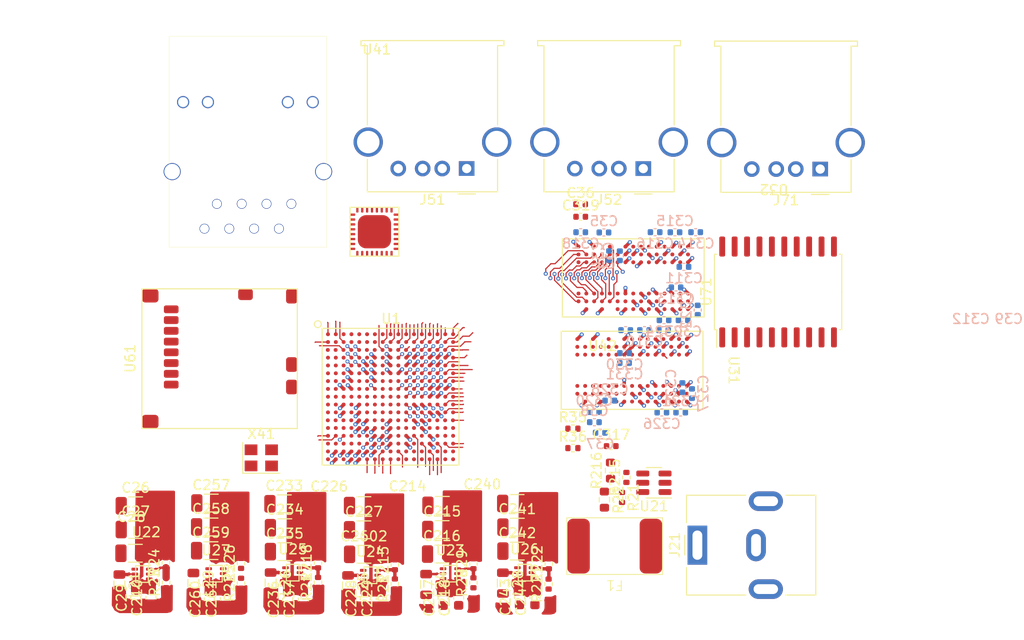
<source format=kicad_pcb>
(kicad_pcb (version 20240108) (generator "pcbnew") (generator_version "8.0")
  (layers (0 "F.Cu" signal "L1 (Sig)") (1 "In1.Cu" power "L2 (GND)") (2 "In2.Cu" power "L3 (PWR)") (3 "In3.Cu" signal "L4 (Sig)") (4 "In4.Cu" power "L5 (GND)") (5 "In5.Cu" signal "L6 (Sig)") (6 "In6.Cu" power "L7 (GND)") (7 "In7.Cu" signal "L8 (Sig)") (8 "In8.Cu" power "L9 (GND)") (31 "B.Cu" signal "L10 (Sig)") (34 "B.Paste" user) (35 "F.Paste" user) (36 "B.SilkS" user "B.Silkscreen") (37 "F.SilkS" user "F.Silkscreen") (38 "B.Mask" user) (39 "F.Mask" user) (44 "Edge.Cuts" user))
  (net 0 "")
  (net 1 "5V")
  (net 2 "GND")
  (net 3 "Net-(U1E-DDR_RESETN)")
  (net 4 "VCC_1_2")
  (net 5 "VCC_3_3_C")
  (net 6 "VCC_2_5")
  (net 7 "USBA_5V")
  (net 8 "USBA_DM")
  (net 9 "USBA_DP")
  (net 10 "USBA_SHLD")
  (net 11 "USBB_5V")
  (net 12 "USBB_DM")
  (net 13 "USBB_DP")
  (net 14 "USBB_SHLD")
  (net 16 "unconnected-(U1A-PA31-PadR17)")
  (net 17 "SD_VDD")
  (net 23 "/Power Managment_2/VCC_3_3_A_SW")
  (net 24 "/Power Managment_2/VCC_3_3_B_FB")
  (net 25 "Net-(U27-SW)")
  (net 26 "Net-(U27-FB)")
  (net 35 "PB23_MDIO")
  (net 36 "PB21_ETH_TX_D1")
  (net 37 "/MPU-SAMA5D27C_1/PB18_NC")
  (net 38 "/MPU-SAMA5D27C_1/PB9_NC")
  (net 39 "/MPU-SAMA5D27C_1/PB8_NC")
  (net 40 "/MPU-SAMA5D27C_1/PB3_NC")
  (net 41 "/MPU-SAMA5D27C_1/PB2_NC")
  (net 42 "/MPU-SAMA5D27C_1/PB1_NC")
  (net 43 "/DDR2_3/DDR_D19")
  (net 44 "/DDR2_3/DDR_D20")
  (net 45 "/DDR2_3/DDR_D23")
  (net 46 "/DDR2_3/DDR_D1")
  (net 47 "/DDR2_3/DDR_D3")
  (net 48 "/DDR2_3/DDR_D4")
  (net 49 "/DDR2_3/DDR_D6")
  (net 50 "/DDR2_3/DDR_A11")
  (net 51 "/DDR2_3/DDR_A12")
  (net 52 "PB27_UART_TX")
  (net 53 "/MPU-SAMA5D27C_1/PB25_NC")
  (net 54 "PB20_ETH_TX_D0")
  (net 55 "/MPU-SAMA5D27C_1/PB13_NC")
  (net 56 "/MPU-SAMA5D27C_1/PB11_NC")
  (net 57 "/MPU-SAMA5D27C_1/PB4_NC")
  (net 58 "/MPU-SAMA5D27C_1/PB5_NC")
  (net 59 "/DDR2_3/DDR_D16")
  (net 60 "/DDR2_3/DDR_D17")
  (net 61 "/DDR2_3/DDR_DQS2-")
  (net 62 "/DDR2_3/DDR_D22")
  (net 63 "/DDR2_3/DDR_D0")
  (net 64 "/DDR2_3/DDR_DQS0+")
  (net 65 "/DDR2_3/DDR_DQS0-")
  (net 66 "/DDR2_3/DDR_D7")
  (net 67 "/DDR2_3/DDR_A3")
  (net 68 "/DDR2_3/DDR_A2")
  (net 69 "/MPU-SAMA5D27C_1/PB31_NC")
  (net 70 "/MPU-SAMA5D27C_1/PB28_NC")
  (net 71 "PB22_MDC")
  (net 72 "PB17_ETH_RXER_ISO")
  (net 73 "PB14_ETH_RXC_BC")
  (net 74 "/MPU-SAMA5D27C_1/PB7_NC")
  (net 75 "/MPU-SAMA5D27C_1/PB6_NC")
  (net 76 "/DDR2_3/DDR_DQM2")
  (net 77 "/DDR2_3/DDR_D18")
  (net 78 "/DDR2_3/DDR_DQS2+")
  (net 79 "/DDR2_3/DDR_DQM0")
  (net 80 "/DDR2_3/DDR_D2")
  (net 81 "/DDR2_3/DDR_D5")
  (net 82 "/DDR2_3/DDR_A8")
  (net 83 "/DDR2_3/DDR_A10")
  (net 84 "/DDR2_3/DDR_A4")
  (net 85 "/DDR2_3/DDR_A1")
  (net 86 "/MPU-SAMA5D27C_1/PC9_NC")
  (net 87 "/MPU-SAMA5D27C_1/PB30_NC")
  (net 88 "/MPU-SAMA5D27C_1/PB29_NC")
  (net 89 "PB19_ETH_RXD1_PHYAD2")
  (net 90 "PB16_ETH_RXDIV_CONFIG2")
  (net 91 "/MPU-SAMA5D27C_1/PB12_NC")
  (net 92 "/MPU-SAMA5D27C_1/PC31_NC")
  (net 93 "/DDR2_3/DDR_D21")
  (net 94 "/DDR2_3/DDR_A9")
  (net 95 "/DDR2_3/DDR_CLK-")
  (net 96 "/MPU-SAMA5D27C_1/PC12_NC")
  (net 97 "/MPU-SAMA5D27C_1/PC11_NC")
  (net 98 "/MPU-SAMA5D27C_1/PC10_NC")
  (net 99 "PB26_UART_RX")
  (net 100 "PB24_~{INTRP}_NAND")
  (net 101 "/MPU-SAMA5D27C_1/PC28_NC")
  (net 102 "/MPU-SAMA5D27C_1/PD1_NC")
  (net 103 "/DDR2_3/DDR_CAL")
  (net 104 "/DDR2_3/DDR_CLK+")
  (net 105 "/MPU-SAMA5D27C_1/PC17_NC")
  (net 106 "/MPU-SAMA5D27C_1/PC15_NC")
  (net 107 "/MPU-SAMA5D27C_1/PC13_NC")
  (net 108 "/MPU-SAMA5D27C_1/PC14_NC")
  (net 109 "/MPU-SAMA5D27C_1/PC30_NC")
  (net 110 "/DDR2_3/DDR_A7")
  (net 111 "/DDR2_3/DDR_A0")
  (net 112 "/DDR2_3/DDR_RAS")
  (net 113 "/DDR2_3/DDR_A6")
  (net 114 "/DDR2_3/DDR_WE")
  (net 115 "/DDR2_3/DDR_CKE")
  (net 116 "/DDR2_3/DDR_BA2")
  (net 117 "/MPU-SAMA5D27C_1/PC21_NC")
  (net 118 "/MPU-SAMA5D27C_1/PC19_NC")
  (net 119 "/MPU-SAMA5D27C_1/PC20_NC")
  (net 120 "/MPU-SAMA5D27C_1/PC23_NC")
  (net 121 "/MPU-SAMA5D27C_1/PC16_NC")
  (net 122 "/MPU-SAMA5D27C_1/PC29_NC")
  (net 123 "/MPU-SAMA5D27C_1/PD2_NC")
  (net 124 "/MPU-SAMA5D27C_1/PD0_NC")
  (net 125 "/DDR2_3/DDR_A13")
  (net 126 "/DDR2_3/DDR_CAS")
  (net 127 "/DDR2_3/DDR_CS")
  (net 128 "/DDR2_3/DDR_A5")
  (net 129 "/DDR2_3/DDR_DQM1")
  (net 130 "/DDR2_3/DDR_D9")
  (net 131 "/DDR2_3/DDR_D8")
  (net 132 "/MPU-SAMA5D27C_1/PC24_NC")
  (net 133 "/MPU-SAMA5D27C_1/PC22_NC")
  (net 134 "/MPU-SAMA5D27C_1/PC25_NC")
  (net 135 "/MPU-SAMA5D27C_1/PC18_NC")
  (net 136 "PB15_ETH_TX_EN")
  (net 137 "/MPU-SAMA5D27C_1/PB10_NC")
  (net 138 "/MPU-SAMA5D27C_1/PC27_NC")
  (net 139 "/DDR2_3/DDR_D25")
  (net 140 "/DDR2_3/DDR_DQM3")
  (net 141 "/DDR2_3/DDR_BA0")
  (net 142 "/DDR2_3/DDR_BA1")
  (net 143 "/DDR2_3/DDR_D10")
  (net 144 "/MPU-SAMA5D27C_1/PD8_NC")
  (net 145 "/MPU-SAMA5D27C_1/PD6_NC")
  (net 146 "/MPU-SAMA5D27C_1/PD10_NC")
  (net 147 "/MPU-SAMA5D27C_1/PD5_NC")
  (net 148 "/MPU-SAMA5D27C_1/PD18_NC")
  (net 149 "/MPU-SAMA5D27C_1/PD4_NC")
  (net 150 "/MPU-SAMA5D27C_1/PD7_NC")
  (net 151 "/MPU-SAMA5D27C_1/PB0_NC")
  (net 152 "/MPU-SAMA5D27C_1/PC26_NC")
  (net 153 "/MPU-SAMA5D27C_1/PC8_NC")
  (net 154 "/DDR2_3/DDR_D26")
  (net 155 "/DDR2_3/DDR_D24")
  (net 156 "/DDR2_3/DDR_D13")
  (net 157 "/DDR2_3/DDR_DQS1-")
  (net 158 "/DDR2_3/DDR_DQS1+")
  (net 159 "/MPU-SAMA5D27C_1/PD3_NC")
  (net 160 "/MPU-SAMA5D27C_1/PD17_NC")
  (net 161 "/MPU-SAMA5D27C_1/PD14_NC")
  (net 162 "/MPU-SAMA5D27C_1/PD19_NC")
  (net 163 "/MPU-SAMA5D27C_1/PD15_NC")
  (net 164 "/MPU-SAMA5D27C_1/PD12_NC")
  (net 165 "/MPU-SAMA5D27C_1/PD9_NC")
  (net 166 "/MPU-SAMA5D27C_1/PC6_NC")
  (net 167 "/DDR2_3/DDR_D27")
  (net 168 "/DDR2_3/DDR_D14")
  (net 169 "/DDR2_3/DDR_D15")
  (net 170 "/DDR2_3/DDR_D12")
  (net 171 "/DDR2_3/DDR_D11")
  (net 172 "/MPU-SAMA5D27C_1/PD16_NC")
  (net 173 "/MPU-SAMA5D27C_1/PD13_NC")
  (net 174 "/MPU-SAMA5D27C_1/PD22_NC")
  (net 175 "/MPU-SAMA5D27C_1/PD25_NC")
  (net 176 "/MPU-SAMA5D27C_1/PD24_NC")
  (net 177 "/MPU-SAMA5D27C_1/PD27_NC")
  (net 178 "/MPU-SAMA5D27C_1/PD30_NC")
  (net 179 "/MPU-SAMA5D27C_1/PC5_NC")
  (net 180 "/DDR2_3/DDR_D29")
  (net 181 "/DDR2_3/DDR_D30")
  (net 182 "/DDR2_3/DDR_D28")
  (net 183 "/DDR2_3/DDR_DQS3-")
  (net 184 "/DDR2_3/DDR_DQS3+")
  (net 185 "/MPU-SAMA5D27C_1/PD11_NC")
  (net 186 "/MPU-SAMA5D27C_1/PD20_NC")
  (net 187 "/MPU-SAMA5D27C_1/PD23_NC")
  (net 188 "/MPU-SAMA5D27C_1/PD28_NC")
  (net 189 "/MPU-SAMA5D27C_1/PD31_NC")
  (net 190 "/MPU-SAMA5D27C_1/PIOBU7_NC")
  (net 191 "/MPU-SAMA5D27C_1/PA16_NC")
  (net 192 "/MPU-SAMA5D27C_1/PC4_NC")
  (net 193 "/MPU-SAMA5D27C_1/PA14_NC")
  (net 194 "/MPU-SAMA5D27C_1/PC3_NC")
  (net 195 "/MPU-SAMA5D27C_1/PC7_NC")
  (net 196 "/DDR2_3/DDR_D31")
  (net 197 "/MPU-SAMA5D27C_1/PD21_NC")
  (net 198 "/MPU-SAMA5D27C_1/PD26_NC")
  (net 199 "/MPU-SAMA5D27C_1/PD29_NC")
  (net 200 "/MPU-SAMA5D27C_1/PIOBU1_NC")
  (net 201 "/MPU-SAMA5D27C_1/PA8_NC")
  (net 202 "/MPU-SAMA5D27C_1/PA9_NC")
  (net 203 "/MPU-SAMA5D27C_1/PC1_NC")
  (net 204 "/MPU-SAMA5D27C_1/PC2_NC")
  (net 205 "/MPU-SAMA5D27C_1/PA12_NC")
  (net 206 "/MPU-SAMA5D27C_1/PA15_NC")
  (net 207 "/MPU-SAMA5D27C_1/PA17_NC")
  (net 208 "/MPU-SAMA5D27C_1/XIN32")
  (net 209 "/MPU-SAMA5D27C_1/XOUT32")
  (net 210 "/MPU-SAMA5D27C_1/TST")
  (net 211 "/MPU-SAMA5D27C_1/PIOBU5_NC")
  (net 212 "/MPU-SAMA5D27C_1/PIOBU6_NC")
  (net 213 "/MPU-SAMA5D27C_1/PA1_NC")
  (net 214 "PA20_SD_DAT2")
  (net 215 "/MPU-SAMA5D27C_1/PA11_NC")
  (net 216 "/MPU-SAMA5D27C_1/PA13_NC")
  (net 217 "/MPU-SAMA5D27C_1/PC0_NC")
  (net 218 "/MPU-SAMA5D27C_1/PIOBU2_NC")
  (net 219 "/MPU-SAMA5D27C_1/PIOBU0_NC")
  (net 220 "/MPU-SAMA5D27C_1/PIOBU4_NC")
  (net 221 "/MPU-SAMA5D27C_1/PIOBU3_NC")
  (net 222 "/MPU-SAMA5D27C_1/VBG")
  (net 223 "/MPU-SAMA5D27C_1/PA3_NC")
  (net 224 "/MPU-SAMA5D27C_1/PA6_NC")
  (net 225 "PA21_SD_DAT3")
  (net 226 "PA30_SD_DET_SW")
  (net 227 "PA28_SD_CMD")
  (net 228 "/MPU-SAMA5D27C_1/COMPP_NC")
  (net 229 "/MPU-SAMA5D27C_1/VDDAUIDOPLL")
  (net 230 "/MPU-SAMA5D27C_1/VDDOSC")
  (net 231 "/MPU-SAMA5D27C_1/HHSDPDATC_NC")
  (net 232 "/MPU-SAMA5D27C_1/SDCAL")
  (net 233 "/MPU-SAMA5D27C_1/PA2_NC")
  (net 234 "/MPU-SAMA5D27C_1/PA5_NC")
  (net 235 "/MPU-SAMA5D27C_1/PA7_NC")
  (net 236 "PA19_SD_DAT1")
  (net 237 "/MPU-SAMA5D27C_1/COMPN_NC")
  (net 238 "/MPU-SAMA5D27C_1/VDDPLLA")
  (net 239 "/MPU-SAMA5D27C_1/XOUT")
  (net 240 "/MPU-SAMA5D27C_1/XIN")
  (net 241 "/MPU-SAMA5D27C_1/HHSDMSTRC_NC")
  (net 242 "/MPU-SAMA5D27C_1/PA0_NC")
  (net 243 "/MPU-SAMA5D27C_1/PA4_NC")
  (net 244 "/MPU-SAMA5D27C_1/PA10_NC")
  (net 245 "PA18_SD_DAT0")
  (net 246 "PA22_SD_CLK")
  (net 247 "/Power Managment_2/PS_GRP2_EN")
  (net 248 "/Power Managment_2/PS_GRP1_EN")
  (net 249 "VCC_3_3_A")
  (net 250 "/UART_7/VDD")
  (net 251 "/UART_7/OSC1")
  (net 252 "/UART_7/OSC2")
  (net 253 "/UART_7/~{RST}")
  (net 254 "/UART_7/TX_LED")
  (net 255 "/UART_7/RX_LED")
  (net 263 "/UART_7/VUSB")
  (net 264 "/UART_7/D-")
  (net 265 "/UART_7/D+")
  (net 266 "/Ethernet_MAC_4/ETH_XI")
  (net 267 "/Ethernet_MAC_4/ETH_XO")
  (net 268 "/MPU-SAMA5D27C_1/PA26_NC")
  (net 269 "/MPU-SAMA5D27C_1/PA25_NC")
  (net 270 "/MPU-SAMA5D27C_1/PA23_NC")
  (net 271 "/MPU-SAMA5D27C_1/PA27_NC")
  (net 272 "/MPU-SAMA5D27C_1/PA24_NC")
  (net 273 "/Ethernet_MAC_4/ETH_RXD2_PHYAD1")
  (net 274 "/Ethernet_MAC_4/RXM")
  (net 275 "/Ethernet_MAC_4/ETH_RXD3_PHYAD0")
  (net 276 "/Ethernet_MAC_4/REXT")
  (net 277 "/Ethernet_MAC_4/ETH_RXDIV_CONFIG2")
  (net 278 "/Ethernet_MAC_4/VDDA_3V3")
  (net 279 "/Ethernet_MAC_4/ETH_CRS_CONFI1")
  (net 280 "/Ethernet_MAC_4/ETH_RXC_BC")
  (net 281 "/Ethernet_MAC_4/ETH_TX_EN")
  (net 282 "/Ethernet_MAC_4/ETH_LED1")
  (net 283 "/Ethernet_MAC_4/ETH_RXER_ISO")
  (net 284 "/Ethernet_MAC_4/TXP")
  (net 285 "/Ethernet_MAC_4/ETH_COL_CONFI2")
  (net 286 "/Ethernet_MAC_4/ETH_LED0")
  (net 287 "/Ethernet_MAC_4/MDIO")
  (net 289 "/Ethernet_MAC_4/ETH_RXD0_DUPLEX")
  (net 290 "/Ethernet_MAC_4/RXP")
  (net 291 "~{RESET}")
  (net 293 "/Ethernet_MAC_4/TXM")
  (net 294 "/Ethernet_MAC_4/~{INTRP}_NAND")
  (net 295 "/Ethernet_MAC_4/ETH_RXD1_PHYAD2")
  (net 296 "/Ethernet_MAC_4/VDDIO")
  (net 297 "/Ethernet_MAC_4/ETH_TX_D0")
  (net 298 "DDR_VREF")
  (net 299 "/Ethernet_MAC_4/MDC")
  (net 300 "/Ethernet_MAC_4/ETH_TX_D1")
  (net 302 "CH_GND")
  (net 303 "/Ethernet_MAC_4/LED0_PWR")
  (net 304 "/Ethernet_MAC_4/CT1")
  (net 305 "/Ethernet_MAC_4/CT2")
  (net 306 "/Ethernet_MAC_4/LED1_PWR")
  (net 308 "SD_CMD")
  (net 309 "DET_LEVER")
  (net 310 "SD_CLK")
  (net 311 "SD_DET_SW")
  (net 312 "/Power Managment_2/VCC_3_3_A_FB")
  (net 313 "/Power Managment_2/VCC_3_3_B_SW")
  (net 314 "/Power Managment_2/VCC_3_3_C_SW")
  (net 315 "/Power Managment_2/VCC_3_3_C_FB")
  (net 316 "/Power Managment_2/VCC_1_2_SW")
  (net 317 "/Power Managment_2/VCC_1_2_DDR_SW")
  (net 318 "/Power Managment_2/VCC_1_2_FB")
  (net 319 "/Power Managment_2/VCC_1_2_DDR_FB")
  (net 320 "VCC_1_8_DDR")
  (net 321 "USB_UART_SHLD")
  (net 322 "/Power Managment_2/PS_GRP1_EN_DIV")
  (net 323 "/Power Managment_2/PS_GRP2_EN_DIV")
  (net 324 "VCC")
  (net 325 "Net-(U31-ODT)")
  (net 326 "Net-(U32-ODT)")
  (footprint "Inductor_SMD:L_0805_2012Metric" (layer "F.Cu") (at 109.58 113.775 -90)
    (property "Reference" "L26")
    (property "Value" "1u")
  )
  (footprint "Resistor_SMD:R_0402_1005Metric" (layer "F.Cu") (at 114.43 111.725 90)
    (property "Reference" "R218")
    (property "Value" "10k")
  )
  (footprint "Capacitor_SMD:C_1206_3216Metric" (layer "F.Cu") (at 134.79 105.645)
    (property "Reference" "C240")
    (property "Value" "10u")
  )
  (footprint "Capacitor_SMD:C_0603_1608Metric" (layer "F.Cu") (at 119.26 115.375 90)
    (property "Reference" "C228")
    (property "Value" "22u")
  )
  (footprint "Resistor_SMD:R_0402_1005Metric" (layer "F.Cu") (at 114.43 113.725 90)
    (property "Reference" "R217")
    (property "Value" "10k")
  )
  (footprint "Capacitor_SMD:C_1206_3216Metric" (layer "F.Cu") (at 103.48 110.475)
    (property "Reference" "C259")
    (property "Value" "0.1u")
  )
  (footprint "Capacitor_SMD:C_1206_3216Metric" (layer "F.Cu") (at 119.13 110.85)
    (property "Reference" "C2602")
    (property "Value" "0.1u")
  )
  (footprint "Connector_USB:USB_A_Molex_67643_Horizontal" (layer "F.Cu") (at 165.8 71.41 180)
    (property "Reference" "J71")
    (property "Value" "USB_A")
  )
  (footprint "fryelabs_kicad_footprint_lib:TPS564247DRLR" (layer "F.Cu") (at 119.79 112.99)
    (property "Reference" "U24")
    (property "Value" "TPS564242DRL")
  )
  (footprint "Capacitor_SMD:C_0402_1005Metric" (layer "F.Cu") (at 144.42 99.77)
    (property "Reference" "C317")
    (property "Value" "10u")
  )
  (footprint "Capacitor_SMD:C_1206_3216Metric" (layer "F.Cu") (at 119.12 105.86)
    (property "Reference" "C226")
    (property "Value" "10u")
  )
  (footprint "Capacitor_SMD:C_0603_1608Metric" (layer "F.Cu") (at 120.89 115.38 90)
    (property "Reference" "C229")
    (property "Value" "22u")
  )
  (footprint "Inductor_SMD:L_0805_2012Metric" (layer "F.Cu") (at 117.5 114.07 -90)
    (property "Reference" "L25")
    (property "Value" "2.2u")
  )
  (footprint "Inductor_SMD:L_0805_2012Metric" (layer "F.Cu") (at 125.485 113.935 -90)
    (property "Reference" "L24")
    (property "Value" "2.2u")
  )
  (footprint "Resistor_SMD:R_0402_1005Metric" (layer "F.Cu") (at 140.5 99.975)
    (property "Reference" "R36")
    (property "Value" "100k")
  )
  (footprint "Resistor_SMD:R_0603_1608Metric" (layer "F.Cu") (at 144.35 102.275 90)
    (property "Reference" "R216")
    (property "Value" "36.5k")
  )
  (footprint "Capacitor_SMD:C_1206_3216Metric" (layer "F.Cu") (at 95.77 105.88)
    (property "Reference" "C26")
    (property "Value" "10u")
  )
  (footprint "fryelabs_kicad_footprint_lib:TPS564247DRLR" (layer "F.Cu") (at 135.565 112.72)
    (property "Reference" "U26")
    (property "Value" "TPS564242DRL")
  )
  (footprint "Capacitor_SMD:C_1206_3216Metric" (layer "F.Cu") (at 95.74 110.74)
    (property "Reference" "C28")
    (property "Value" "0.1u")
  )
  (footprint "Capacitor_SMD:C_1206_3216Metric" (layer "F.Cu") (at 127.145 105.835)
    (property "Reference" "C214")
    (property "Value" "10u")
  )
  (footprint "Connector_USB:USB_A_Molex_67643_Horizontal" (layer "F.Cu") (at 129.635 71.355 180)
    (property "Reference" "J51")
    (property "Value" "USB_A")
  )
  (footprint "Resistor_SMD:R_0402_1005Metric" (layer "F.Cu") (at 98.89 113.75 90)
    (property "Reference" "R23")
    (property "Value" "100k")
  )
  (footprint "fryelabs_kicad_footprint_lib:TPS564247DRLR" (layer "F.Cu") (at 111.84 112.725)
    (property "Reference" "U25")
    (property "Value" "TPS564242DRL")
  )
  (footprint "Package_TO_SOT_SMD:SOT-23-6" (layer "F.Cu") (at 148.7875 103.525 180)
    (property "Reference" "U21")
    (property "Value" "LM3880")
  )
  (footprint "Connector_USB:USB_A_Molex_67643_Horizontal" (layer "F.Cu") (at 147.7 71.36 180)
    (property "Reference" "J52")
    (property "Value" "USB_A")
  )
  (footprint "Resistor_SMD:R_0402_1005Metric" (layer "F.Cu") (at 122.29 111.92 90)
    (property "Reference" "R213")
    (property "Value" "22.1k")
  )
  (footprint "Capacitor_SMD:C_1206_3216Metric" (layer "F.Cu") (at 127.125 108.315)
    (property "Reference" "C215")
    (property "Value" "10u")
  )
  (footprint "Oscillator:Oscillator_SMD_Abracon_ASE-4Pin_3.2x2.5mm" (layer "F.Cu") (at 108.625 100.975)
    (property "Reference" "X41")
    (property "Value" "ECS-2520MV-xxx-xx")
  )
  (footprint "Resistor_SMD:R_0402_1005Metric" (layer "F.Cu") (at 130.325 113.765 90)
    (property "Reference" "R28")
    (property "Value" "100k")
  )
  (footprint "Package_SO:SOIC-20W_7.5x12.8mm_P1.27mm" (layer "F.Cu") (at 161.49 83.99 90)
    (property "Reference" "U71")
    (property "Value" "MCP2200-I-SO")
  )
  (footprint "Capacitor_SMD:C_1206_3216Metric" (layer "F.Cu") (at 103.505 105.6)
    (property "Reference" "C257")
    (property "Value" "10u")
  )
  (footprint "Resistor_SMD:R_0402_1005Metric" (layer "F.Cu") (at 138.015 113.895 90)
    (property "Reference" "R221")
    (property "Value" "20k")
  )
  (footprint "Resistor_SMD:R_0402_1005Metric" (layer "F.Cu") (at 106.555 113.81 90)
    (property "Reference" "R225")
    (property "Value" "32k")
  )
  (footprint "Capacitor_SMD:C_0603_1608Metric" (layer "F.Cu") (at 103.305 115.45 90)
    (property "Reference" "C260")
    (property "Value" "22u")
  )
  (footprint "Capacitor_SMD:C_0603_1608Metric" (layer "F.Cu") (at 127.225 115.315 90)
    (property "Reference" "C217")
    (property "Value" "22u")
  )
  (footprint "Capacitor_SMD:C_1206_3216Metric" (layer "F.Cu") (at 95.77 108.31)
    (property "Reference" "C27")
    (property "Value" "10u")
  )
  (footprint "Connector_BarrelJack:BarrelJack_CUI_PJ-063AH_Horizontal" (layer "F.Cu") (at 153.235 109.91 90)
    (property "Reference" "J21")
    (property "Value" "Barrel_Jack_Switch_Pin3Ring")
  )
  (footprint "Capacitor_SMD:C_1206_3216Metric" (layer "F.Cu") (at 110.98 105.675)
    (property "Reference" "C233")
    (property "Value" "10u")
  )
  (footprint "Capacitor_SMD:C_1206_3216Metric" (layer "F.Cu") (at 134.815 110.52)
    (property "Reference" "C242")
    (property "Value" "0.1u")
  )
  (footprint "Resistor_SMD:R_0402_1005Metric" (layer "F.Cu") (at 138.04 111.82 90)
    (property "Reference" "R222")
    (property "Value" "10k")
  )
  (footprint "Capacitor_SMD:C_0603_1608Metric" (layer "F.Cu") (at 135.04 115.245 90)
    (property "Reference" "C243")
    (property "Value" "22u")
  )
  (footprint "Capacitor_SMD:C_0402_1005Metric" (layer "F.Cu") (at 141.29 75.01)
    (property "Reference" "C36")
    (property "Value" "1u")
  )
  (footprint "fryelabs_kicad_footprint_lib:TPS564247DRLR" (layer "F.Cu") (at 103.98 112.825)
    (property "Reference" "U27")
    (property "Value" "TPS564242DRL")
  )
  (footprint "Resistor_SMD:R_0402_1005Metric" (layer "F.Cu") (at 140.5 97.985)
    (property "Reference" "R35")
    (property "Value" "100k")
  )
  (footprint "Resistor_SMD:R_0402_1005Metric" (layer "F.Cu") (at 98.86 111.71 90)
    (property "Reference" "R24")
    (property "Value" "22.1k")
  )
  (footprint "Inductor_SMD:L_0805_2012Metric" (layer "F.Cu") (at 133.34 113.795 -90)
    (property "Reference" "L28")
    (property "Value" "1u")
  )
  (footprint "Resistor_SMD:R_0402_1005Metric" (layer "F.Cu") (at 130.325 111.815 90)
    (property "Reference" "R29")
    (property "Value" "22.1k")
  )
  (footprint "fryelabs_kicad_footprint_lib:W972GG6KB-25" (layer "F.Cu") (at 146.675 82.55 -90)
    (property "Reference" "U32")
    (property "Value" "W972GG6KB-25")
  )
  (footprint "Capacitor_SMD:C_0603_1608Metric" (layer "F.Cu") (at 136.615 115.245 90)
    (property "Reference" "C244")
    (property "Value" "22u")
  )
  (footprint "Inductor_SMD:L_0805_2012Metric" (layer "F.Cu") (at 101.68 113.825 -90)
    (property "Reference" "L29")
    (property "Value" "1u")
  )
  (footprint "fryelabs_kicad_footprint_lib:TPS564247DRLR" (layer "F.Cu") (at 96.42 112.87)
    (property "Reference" "U22")
    (property "Value" "TPS564242DRL")
  )
  (footprint "Resistor_SMD:R_0402_1005Metric" (layer "F.Cu") (at 145.525 105.025 -90)
    (property "Reference" "R21")
    (property "Value" "100k")
  )
  (footprint "Capacitor_SMD:C_0603_1608Metric" (layer "F.Cu") (at 111.33 115.475 90)
    (property "Reference" "C236")
    (property "Value" "22u")
  )
  (footprint "Capacitor_SMD:C_0603_1608Metric" (layer "F.Cu") (at 97.34 115.29 90)
    (property "Reference" "C210")
    (property "Value" "22u")
  )
  (footprint "Capacitor_SMD:C_1206_3216Metric" (layer "F.Cu") (at 127.105 110.825)
    (property "Reference" "C216")
    (property "Value" "0.1u")
  )
  (footprint "Capacitor_SMD:C_1206_3216Metric" (layer "F.Cu") (at 111.03 110.575)
    (property "Reference" "C235")
    (property "Value" "0.1u")
  )
  (footprint "Resistor_SMD:R_0603_1608Metric" (layer "F.Cu") (at 143.725 105.25 -90)
    (property "Reference" "R22")
    (property "Value" "36.5k")
  )
  (footprint "Capacitor_SMD:C_0603_1608Metric" (layer "F.Cu") (at 95.77 115.3 90)
    (property "Reference" "C29")
    (property "Value" "22u")
  )
  (footprint "Capacitor_SMD:C_0603_1608Metric" (layer "F.Cu") (at 128.815 115.295 90)
    (property "Reference" "C218")
    (property "Value" "22u")
  )
  (footprint "Resistor_SMD:R_0402_1005Metric" (layer "F.Cu") (at 106.555 111.775 90)
    (property "Reference" "R226")
    (property "Value" "10k")
  )
  (footprint "Capacitor_SMD:C_0603_1608Metric" (layer "F.Cu") (at 104.955 115.425 90)
    (property "Reference" "C261")
    (property "Value" "22u")
  )
  (footprint "Resistor_SMD:R_0402_1005Metric" (layer "F.Cu") (at 122.29 113.88 90)
    (property "Reference" "R212")
    (property "Value" "100k")
  )
  (footprint "fryelabs_kicad_footprint_lib:W972GG6KB-25" (layer "F.Cu") (at 146.555 92.01 -90)
    (property "Reference" "U31")
    (property "Value" "W972GG6KB-25")
  )
  (footprint "Capacitor_SMD:C_0402_1005Metric" (layer "F.Cu") (at 141.3 76.29)
    (property "Reference" "C319")
    (property "Value" "1u")
  )
  (footprint "fryelabs_kicad_footprint_lib:KSZ8081RNB" (layer "F.Cu") (at 120.2 77.825)
    (property "Reference" "U41")
    (property "Value" "KSZ8081RNB")
  )
  (footprint "fryelabs_kicad_footprint_lib:0ZCF0050FF2C" (layer "F.Cu") (at 144.78 110.01 180)
    (property "Reference" "F1")
    (property "Value" "Fuse")
  )
  (footprint "fryelabs_kicad_footprint_lib:ATSAMA5D27C" (layer "F.Cu") (at 121.846777 94.716777)
    (property "Reference" "U1")
    (property "Value" "ATSAMA5D27C")
  )
  (footprint "Capacitor_SMD:C_1206_3216Metric" (layer "F.Cu") (at 119.12 108.34)
    (property "Reference" "C227")
    (property "Value" "10u")
  )
  (footprint "fryelabs_kicad_footprint_lib:TPS564247DRLR" (layer "F.Cu") (at 127.955 112.825)
    (property "Reference" "U23")
    (property "Value" "TPS564242DRL")
  )
  (footprint "Capacitor_SMD:C_1206_3216Metric" (layer "F.Cu") (at 134.815 108.07)
    (property "Reference" "C241")
    (property "Value" "10u")
  )
  (footprint "Inductor_SMD:L_0805_2012Metric" (layer "F.Cu") (at 94.11 113.98 -90)
    (property "Reference" "L21")
    (property "Value" "2.2u")
  )
  (footprint "Capacitor_SMD:C_0603_1608Metric" (layer "F.Cu") (at 112.93 115.475 90)
    (property "Reference" "C237")
    (property "Value" "22u")
  )
  (footprint "fryelabs_kicad_footprint_lib:molex_5025700893" (layer "F.Cu") (at 104.36 90.82 90)
    (property "Reference" "U61")
    (property "Value" "molex_5025700893")
  )
  (footprint "Capacitor_SMD:C_1206_3216Metric" (layer "F.Cu") (at 103.48 108.05)
    (property "Reference" "C258")
    (property "Value" "10u")
  )
  (footprint "fryelabs_kicad_footprint_lib:SI-60110-F" (layer "F.Cu") (at 107.2556 68.619 180)
    (property "Reference" "U42")
    (property "Value" "SI-60110-F")
  )
  (footprint "Capacitor_SMD:C_1206_3216Metric" (layer "F.Cu") (at 111.03 108.125)
    (property "Reference" "C234")
    (property "Value" "10u")
  )
  (footprint "Resistor_SMD:R_0402_1005Metric" (layer "F.Cu") (at 145.975 102.975 90)
    (property "Reference" "R215")
    (property "Value" "100k")
  )
  (footprint "Capacitor_SMD:C_0402_1005Metric" (layer "B.Cu") (at 142.7 97.325 180)
    (property "Reference" "C38")
    (property "Value" "100n")
  )
  (footprint "Capacitor_SMD:C_0402_1005Metric" (layer "B.Cu") (at 144.21 80.27 -90)
    (property "Reference" "C34")
    (property "Value" "1n")
  )
  (footprint "Capacitor_SMD:C_0402_1005Metric" (layer "B.Cu") (at 152.68 94.39 90)
    (property "Reference" "C327")
    (property "Value" "1n")
  )
  (footprint "Capacitor_SMD:C_0402_1005Metric" (layer "B.Cu") (at 145.9 87.9 180)
    (property "Reference" "C39")
    (property "Value" "100n")
  )
  (footprint "Capacitor_SMD:C_0402_1005Metric" (layer "B.Cu") (at 151.7 93.78 -90)
    (property "Reference" "C325")
    (property "Value" "100n")
  )
  (footprint "Capacitor_SMD:C_0402_1005Metric" (layer "B.Cu") (at 149.775 87.9 180)
    (property "Reference" "C312")
    (property "Value" "100n")
  )
  (footprint "Capacitor_SMD:C_0402_1005Metric" (layer "B.Cu") (at 153.27 85.84 -90)
    (property "Reference" "C322")
    (property "Value" "100n")
  )
  (footprint "Capacitor_SMD:C_0402_1005Metric" (layer "B.Cu") (at 153.06 77.87)
    (property "Reference" "C314")
    (property "Value" "1n")
  )
  (footprint "Capacitor_SMD:C_0402_1005Metric" (layer "B.Cu") (at 150.94 77.88 180)
    (property "Reference" "C315")
    (property "Value" "1n")
  )
  (footprint "Capacitor_SMD:C_0402_1005Metric" (layer "B.Cu") (at 145.3 80.29 -90)
    (property "Reference" "C33")
    (property "Value" "100n")
  )
  (footprint "Capacitor_SMD:C_0402_1005Metric" (layer "B.Cu") (at 151.775 86.875)
    (property "Reference" "C323")
    (property "Value" "100n")
  )
  (footprint "Capacitor_SMD:C_0402_1005Metric" (layer "B.Cu") (at 145.78 91.26)
    (property "Reference" "C331")
    (property "Value" "100nf")
  )
  (footprint "Capacitor_SMD:C_0402_1005Metric" (layer "B.Cu") (at 148.91 77.87)
    (property "Reference" "C316")
    (property "Value" "1n")
  )
  (footprint "Capacitor_SMD:C_0402_1005Metric" (layer "B.Cu") (at 141.3 77.875)
    (property "Reference" "C318")
    (property "Value" "1u")
  )
  (footprint "Capacitor_SMD:C_0402_1005Metric" (layer "B.Cu") (at 147.825 87.9)
    (property "Reference" "C310")
    (property "Value" "100n")
  )
  (footprint "Capacitor_SMD:C_0402_1005Metric" (layer "B.Cu") (at 143.675 77.9 180)
    (property "Reference" "C35")
    (property "Value" "10u")
  )
  (footprint "Capacitor_SMD:C_0402_1005Metric" (layer "B.Cu") (at 151.86 81.42)
    (property "Reference" "C311")
    (property "Value" "100n")
  )
  (footprint "Capacitor_SMD:C_0402_1005Metric" (layer "B.Cu") (at 142.7 96.275 180)
    (property "Reference" "C320")
    (property "Value" "100n")
  )
  (footprint "Capacitor_SMD:C_0402_1005Metric" (layer "B.Cu") (at 151.525 96.325 180)
    (property "Reference" "C321")
    (property "Value" "100n")
  )
  (footprint "Capacitor_SMD:C_0402_1005Metric" (layer "B.Cu") (at 143.3 98.4)
    (property "Reference" "C37")
    (property "Value" "1u")
  )
  (footprint "Capacitor_SMD:C_0402_1005Metric" (layer "B.Cu") (at 149.6 96.325)
    (property "Reference" "C326")
    (property "Value" "1n")
  )
  (footprint "Capacitor_SMD:C_0402_1005Metric" (layer "B.Cu") (at 144.27 95.11 180)
    (property "Reference" "C328")
    (property "Value" "1n")
  )
  (footprint "Capacitor_SMD:C_0402_1005Metric" (layer "B.Cu") (at 149.825 86.875)
    (property "Reference" "C324")
    (property "Value" "100n")
  )
  (footprint "Capacitor_SMD:C_0402_1005Metric" (layer "B.Cu") (at 151.05 83.525)
    (property "Reference" "C313")
    (property "Value" "100n")
  )
  (footprint "Capacitor_SMD:C_0402_1005Metric" (layer "B.Cu") (at 145.79 90.25)
    (property "Reference" "C330")
    (property "Value" "100n")
  )
  (segment (start 148.155 94.41) (end 148.16 94.41) (width 0.35) (layer "F.Cu") (net 2))
  (segment (start 146.555 94.41) (end 146.56 94.41) (width 0.35) (layer "F.Cu") (net 2))
  (segment (start 119.87 113.49) (end 119.84 113.52) (width 0.15) (layer "F.Cu") (net 2))
  (segment (start 125.062875 97.127875) (end 125.451777 97.516777) (width 0.35) (layer "F.Cu") (net 2))
  (segment (start 149.755 89.61) (end 149.755 89.595) (width 0.35) (layer "F.Cu") (net 2))
  (segment (start 111.1 113.225) (end 111.63 113.225) (width 0.35) (layer "F.Cu") (net 2))
  (segment (start 95.86 113.55) (end 95.86 113.67) (width 0.35) (layer "F.Cu") (net 2))
  (segment (start 146.925 89.24) (end 146.925 89.225) (width 0.35) (layer "F.Cu") (net 2))
  (segment (start 148.165 89.61) (end 148.525 89.25) (width 0.35) (layer "F.Cu") (net 2))
  (segment (start 149.075 84.15) (end 148.675 83.75) (width 0.35) (layer "F.Cu") (net 2))
  (segment (start 149.755 94.41) (end 149.755 94.42) (width 0.35) (layer "F.Cu") (net 2))
  (segment (start 142.185 78.875) (end 142.21 78.9) (width 0.35) (layer "F.Cu") (net 2))
  (segment (start 135.04 114.47) (end 135.59 113.92) (width 0.35) (layer "F.Cu") (net 2))
  (segment (start 146.675 84.95) (end 146.7 84.975) (width 0.35) (layer "F.Cu") (net 2))
  (segment (start 149.755 89.595) (end 150.1 89.25) (width 0.35) (layer "F.Cu") (net 2))
  (segment (start 125.871777 91.516777) (end 126.221777 91.166777) (width 0.35) (layer "F.Cu") (net 2))
  (segment (start 125.846777 90.716777) (end 125.876777 90.716777) (width 0.35) (layer "F.Cu") (net 2))
  (segment (start 146.555 89.61) (end 145.755 90.41) (width 0.35) (layer "F.Cu") (net 2))
  (segment (start 148.65 80.525) (end 148.6 80.475) (width 0.35) (layer "F.Cu") (net 2))
  (segment (start 120.246777 91.511777) (end 119.876777 91.141777) (width 0.35) (layer "F.Cu") (net 2))
  (segment (start 117.846777 93.911777) (end 117.476777 93.541777) (width 0.35) (layer "F.Cu") (net 2))
  (segment (start 95.68 113.37) (end 95.86 113.55) (width 0.35) (layer "F.Cu") (net 2))
  (segment (start 111.33 114.7) (end 111.78 114.25) (width 0.35) (layer "F.Cu") (net 2))
  (segment (start 125.86161 90.716777) (end 126.23661 90.341777) (width 0.35) (layer "F.Cu") (net 2))
  (segment (start 119.84 113.52) (end 119.84 113.27) (width 0.35) (layer "F.Cu") (net 2))
  (segment (start 148.675 83.75) (end 148.7 83.775) (width 0.35) (layer "F.Cu") (net 2))
  (segment (start 145.875 84.15) (end 145.875 83.575) (width 0.35) (layer "F.Cu") (net 2))
  (segment (start 125.846777 98.716777) (end 125.851777 98.716777) (width 0.35) (layer "F.Cu") (net 2))
  (segment (start 120.246777 99.516777) (end 120.246777 99.567257) (width 0.35) (layer "F.Cu") (net 2))
  (segment (start 125.029297 97.127875) (end 125.062875 97.127875) (width 0.35) (layer "F.Cu") (net 2))
  (segment (start 127.715 113.715) (end 127.955 113.475) (width 0.25) (layer "F.Cu") (net 2))
  (segment (start 120.89 114.605) (end 120.625 114.605) (width 0.35) (layer "F.Cu") (net 2))
  (segment (start 126.201777 91.166777) (end 126.221777 91.166777) (width 0.35) (layer "F.Cu") (net 2))
  (segment (start 149.875 80.15) (end 150.25 79.775) (width 0.35) (layer "F.Cu") (net 2))
  (segment (start 124.251777 91.516777) (end 124.651777 91.116777) (width 0.35) (layer "F.Cu") (net 2))
  (segment (start 149.755 94.42) (end 149.375 94.8) (width 0.35) (layer "F.Cu") (net 2))
  (segment (start 119.446777 92.316777) (end 119.446777 92.311777) (width 0.35) (layer "F.Cu") (net 2))
  (segment (start 148.7 85.35) (end 148.7 85.375) (width 0.35) (layer "F.Cu") (net 2))
  (segment (start 95.68 113.37) (end 96.040338 113.37) (width 0.35) (layer "F.Cu") (net 2))
  (segment (start 151.355 89.595) (end 151.725 89.225) (width 0.35) (layer "F.Cu") (net 2))
  (segment (start 121.846777 91.516777) (end 121.846777 91.511777) (width 0.35) (layer "F.Cu") (net 2))
  (segment (start 146.275 80.55) (end 146.225 80.6) (width 0.35) (layer "F.Cu") (net 2))
  (segment (start 151.355 94.41) (end 151.355 94.405) (width 0.35) (layer "F.Cu") (net 2))
  (segment (start 150.275 79.75) (end 150.275 79.775) (width 0.35) (layer "F.Cu") (net 2))
  (segment (start 127.605 113.715) (end 127.715 113.715) (width 0.25) (layer "F.Cu") (net 2))
  (segment (start 148.675 85.35) (end 148.7 85.35) (width 0.35) (layer "F.Cu") (net 2))
  (segment (start 111.78 113.725) (end 111.78 113.375) (width 0.35) (layer "F.Cu") (net 2))
  (segment (start 146.925 89.225) (end 146.94 89.225) (width 0.35) (layer "F.Cu") (net 2))
  (segment (start 125.846777 90.716777) (end 125.86161 90.716777) (width 0.35) (layer "F.Cu") (net 2))
  (segment (start 142.675 79.35) (end 142.66 79.35) (width 0.35) (layer "F.Cu") (net 2))
  (segment (start 117.046777 96.316777) (end 117.046777 96.321777) (width 0.35) (layer "F.Cu") (net 2))
  (segment (start 135.24 113.22) (end 135.59 112.87) (width 0.35) (layer "F.Cu") (net 2))
  (segment (start 127.215 113.325) (end 127.605 113.715) (width 0.25) (layer "F.Cu") (net 2))
  (segment (start 135.59 113.495) (end 135.59 112.87) (width 0.35) (layer "F.Cu") (net 2))
  (segment (start 150.25 79.775) (end 150.275 79.75) (width 0.35) (layer "F.Cu") (net 2))
  (segment (start 126.246777 90.33161) (end 126.23661 90.341777) (width 0.35) (layer "F.Cu") (net 2))
  (segment (start 149.075 80.95) (end 149.475 80.55) (width 0.35) (layer "F.Cu") (net 2))
  (segment (start 121.846777 98.746777) (end 121.451777 99.141777) (width 0.35) (layer "F.Cu") (net 2))
  (segment (start 125.851777 94.716777) (end 126.226777 94.341777) (width 0.35) (layer "F.Cu") (net 2))
  (segment (start 146.7 84.975) (end 147.075 85.35) (width 0.35) (layer "F.Cu") (net 2))
  (segment (start 151.875 85.375) (end 151.9 85.375) (width 0.35) (layer "F.Cu") (net 2))
  (segment (start 151.355 94.405) (end 151 94.05) (width 0.35) (layer "F.Cu") (net 2))
  (segment (start 146.94 89.225) (end 146.865 89.3) (width 0.35) (layer "F.Cu") (net 2))
  (segment (start 149.475 85.325) (end 149.525 85.275) (width 0.35) (layer "F.Cu") (net 2))
  (segment (start 121.829297 97.164257) (end 121.451777 97.541777) (width 0.35) (layer "F.Cu") (net 2))
  (segment (start 152.155 90.41) (end 152.475 90.09) (width 0.35) (layer "F.Cu") (net 2))
  (segment (start 152.275 80.95) (end 152.7 80.525) (width 0.35) (layer "F.Cu") (net 2))
  (segment (start 134.825 113.22) (end 135.24 113.22) (width 0.35) (layer "F.Cu") (net 2))
  (segment (start 152.155 93.61) (end 152.165 93.61) (width 0.35) (layer "F.Cu") (net 2))
  (segment (start 126.23661 90.341777) (end 126.246777 90.341777) (width 0.35) (layer "F.Cu") (net 2))
  (segment (start 117.826777 100.316777) (end 117.426777 100.716777) (width 0.35) (layer "F.Cu") (net 2))
  (segment (start 146.555 89.61) (end 146.925 89.24) (width 0.35) (layer "F.Cu") (net 2))
  (segment (start 96.39 113.020338) (end 96.39 111.42) (width 0.35) (layer "F.Cu") (net 2))
  (segment (start 145.755 93.005) (end 145.75 93) (width 0.35) (layer "F.Cu") (net 2))
  (segment (start 97.16 113.37) (end 96.86 113.67) (width 0.35) (layer "F.Cu") (net 2))
  (segment (start 117.846777 93.111777) (end 117.451777 92.716777) (width 0.35) (layer "F.Cu") (net 2))
  (segment (start 142.2 78.89) (end 142.2 78.875) (width 0.35) (layer "F.Cu") (net 2))
  (segment (start 118.646777 101.116777) (end 118.646777 101.121777) (width 0.35) (layer "F.Cu") (net 2))
  (segment (start 120.246777 91.516777) (end 120.246777 91.511777) (width 0.35) (layer "F.Cu") (net 2))
  (segment (start 124.246777 95.516777) (end 124.251777 95.516777) (width 0.35) (layer "F.Cu") (net 2))
  (segment (start 127.955 113.475) (end 127.955 111.855) (width 0.25) (layer "F.Cu") (net 2))
  (segment (start 112.755 114.7) (end 111.78 113.725) (width 0.35) (layer "F.Cu") (net 2))
  (segment (start 145.875 83.575) (end 145.875 83.6) (width 0.35) (layer "F.Cu") (net 2))
  (segment (start 123.446777 91.496777) (end 123.826777 91.116777) (width 0.35) (layer "F.Cu") (net 2))
  (segment (start 121.846777 92.311777) (end 121.476777 91.941777) (width 0.35) (layer "F.Cu") (net 2))
  (segment (start 121.846777 92.316777) (end 121.846777 92.311777) (width 0.35) (layer "F.Cu") (net 2))
  (segment (start 119.05 113.49) (end 119.62 113.49) (width 0.15) (layer "F.Cu") (net 2))
  (segment (start 142.2 78.875) (end 142.185 78.875) (width 0.35) (layer "F.Cu") (net 2))
  (segment (start 135.865 113.22) (end 135.59 113.495) (width 0.35) (layer "F.Cu") (net 2))
  (segment (start 124.246777 91.516777) (end 124.251777 91.516777) (width 0.35) (layer "F.Cu") (net 2))
  (segment (start 96.86 113.67) (end 96.86 113.73) (width 0.35) (layer "F.Cu") (net 2))
  (segment (start 118.646777 95.521777) (end 118.301777 95.866777) (width 0.35) (layer "F.Cu") (net 2))
  (segment (start 148.955 90.41) (end 148.955 90.395) (width 0.35) (layer "F.Cu") (net 2))
  (segment (start 141.875 85.775) (end 141.5 86.15) (width 0.35) (layer "F.Cu") (net 2))
  (segment (start 152.7 80.525) (end 152.65 80.575) (width 0.35) (layer "F.Cu") (net 2))
  (segment (start 119.446777 97.916777) (end 119.446777 97.946777) (width 0.35) (layer "F.Cu") (net 2))
  (segment (start 111.78 114.25) (end 111.78 113.725) (width 0.35) (layer "F.Cu") (net 2))
  (segment (start 148.275 80.15) (end 148.65 80.525) (width 0.35) (layer "F.Cu") (net 2))
  (segment (start 146.675 80.15) (end 147.025 79.8) (width 0.35) (layer "F.Cu") (net 2))
  (segment (start 148.7 85.375) (end 148.65 85.325) (width 0.35) (layer "F.Cu") (net 2))
  (segment (start 121.846777 91.511777) (end 121.451777 91.116777) (width 0.35) (layer "F.Cu") (net 2))
  (segment (start 126.246777 90.341777) (end 126.246777 90.33161) (width 0.35) (layer "F.Cu") (net 2))
  (segment (start 120.625 114.605) (end 119.84 113.82) (width 0.35) (layer "F.Cu") (net 2))
  (segment (start 147.025 79.8) (end 147.075 79.75) (width 0.35) (layer "F.Cu") (net 2))
  (segment (start 147.075 85.35) (end 147.025 85.3) (width 0.35) (layer "F.Cu") (net 2))
  (segment (start 123.446777 91.516777) (end 123.446777 91.496777) (width 0.35) (layer "F.Cu") (net 2))
  (segment (start 112.93 114.7) (end 112.755 114.7) (width 0.35) (layer "F.Cu") (net 2))
  (segment (start 135.59 111.22) (end 136.29 110.52) (width 0.35) (layer "F.Cu") (net 2))
  (segment (start 96.040338 113.37) (end 96.39 113.020338) (width 0.35) (layer "F.Cu") (net 2))
  (segment (start 112.58 113.225) (end 111.93 113.225) (width 0.35) (layer "F.Cu") (net 2))
  (segment (start 148.955 93.61) (end 148.955 93.58) (width 0.35) (layer "F.Cu") (net 2))
  (segment (start 152.475 90.09) (end 152.475 90.075) (width 0.35) (layer "F.Cu") (net 2))
  (segment (start 125.846777 94.716777) (end 125.851777 94.716777) (width 0.35) (layer "F.Cu") (net 2))
  (segment (start 118.646777 95.516777) (end 118.646777 95.521777) (width 0.35) (layer "F.Cu") (net 2))
  (segment (start 128.695 113.685) (end 128.645 113.735) (width 0.25) (layer "F.Cu") (net 2))
  (segment (start 117.846777 100.316777) (end 117.826777 100.316777) (width 0.35) (layer "F.Cu") (net 2))
  (segment (start 117.846777 93.916777) (end 117.846777 93.911777) (width 0.35) (layer "F.Cu") (net 2))
  (segment (start 147.075 79.75) (end 147.05 79.8) (width 0.35) (layer "F.Cu") (net 2))
  (segment (start 118.646777 101.121777) (end 118.251777 101.516777) (width 0.35) (layer "F.Cu") (net 2))
  (segment (start 143.025 88.325) (end 143.04 88.325) (width 0.35) (layer "F.Cu") (net 2))
  (segment (start 148.155 89.61) (end 148.165 89.61) (width 0.35) (layer "F.Cu") (net 2))
  (segment (start 125.846777 96.316777) (end 125.876777 96.316777) (width 0.35) (layer "F.Cu") (net 2))
  (segment (start 119.426777 100.316777) (end 119.026777 100.716777) (width 0.35) (layer "F.Cu") (net 2))
  (segment (start 119.26 114.6) (end 119.26 114.4) (width 0.35) (layer "F.Cu") (net 2))
  (segment (start 117.046777 96.321777) (end 116.676777 96.691777) (width 0.35) (layer "F.Cu") (net 2))
  (segment (start 145.755 93.61) (end 145.755 93.005) (width 0.35) (layer "F.Cu") (net 2))
  (segment (start 135.59 113.92) (end 135.59 113.495) (width 0.35) (layer "F.Cu") (net 2))
  (segment (start 141.875 85.75) (end 141.875 85.775) (width 0.35) (layer "F.Cu") (net 2))
  (segment (start 126.221777 91.166777) (end 126.246777 91.166777) (width 0.35) (layer "F.Cu") (net 2))
  (segment (start 120.53 113.49) (end 119.87 113.49) (width 0.15) (layer "F.Cu") (net 2))
  (segment (start 148.955 93.58) (end 148.6 93.225) (width 0.35) (layer "F.Cu") (net 2))
  (segment (start 141.755 95.22) (end 141.375 95.6) (width 0.35) (layer "F.Cu") (net 2))
  (segment (start 120.246777 93.111777) (end 119.876777 92.741777) (width 0.35) (layer "F.Cu") (net 2))
  (segment (start 118.629297 97.127875) (end 118.629297 97.164257) (width 0.35) (layer "F.Cu") (net 2))
  (segment (start 120.246777 93.116777) (end 120.246777 93.111777) (width 0.35) (layer "F.Cu") (net 2))
  (segment (start 121.846777 98.716777) (end 121.846777 98.746777) (width 0.35) (layer "F.Cu") (net 2))
  (segment (start 149.875 84.95) (end 149.55 85.275) (width 0.35) (layer "F.Cu") (net 2))
  (segment (start 119.446777 92.311777) (end 119.051777 91.916777) (width 0.35) (layer "F.Cu") (net 2))
  (segment (start 151.475 80.15) (end 151.875 79.75) (width 0.35) (layer "F.Cu") (net 2))
  (segment (start 125.876777 96.316777) (end 126.251777 96.691777) (width 0.35) (layer "F.Cu") (net 2))
  (segment (start 121.829297 97.127875) (end 121.829297 97.164257) (width 0.35) (layer "F.Cu") (net 2))
  (segment (start 119.446777 97.946777) (end 119.051777 98.341777) (width 0.35) (layer "F.Cu") (net 2))
  (segment (start 111.63 113.225) (end 111.78 113.375) (width 0.35) (layer "F.Cu") (net 2))
  (segment (start 125.851777 93.916777) (end 126.251777 93.516777) (width 0.35) (layer "F.Cu") (net 2))
  (segment (start 111.78 111.3) (end 112.505 110.575) (width 0.35) (layer "F.Cu") (net 2))
  (segment (start 128.695 113.325) (end 128.695 113.685) (width 0.25) (layer "F.Cu") (net 2))
  (segment (start 118.629297 97.164257) (end 118.251777 97.541777) (width 0.35) (layer "F.Cu") (net 2))
  (segment (start 120.246777 99.567257) (end 119.874532 99.939502) (width 0.35) (layer "F.Cu") (net 2))
  (segment (start 146.56 94.41) (end 146.925 94.775) (width 0.35) (layer "F.Cu") (net 2))
  (segment (start 145.875 80.95) (end 146.275 80.55) (width 0.35) (layer "F.Cu") (net 2))
  (segment (start 151.9 79.75) (end 151.9 79.725) (width 0.35) (layer "F.Cu") (net 2))
  (segment (start 125.846777 93.916777) (end 125.851777 93.916777) (width 0.35) (layer "F.Cu") (net 2))
  (segment (start 136.305 113.22) (end 135.865 113.22) (width 0.35) (layer "F.Cu") (net 2))
  (segment (start 149.475 80.55) (end 149.425 80.6) (width 0.35) (layer "F.Cu") (net 2))
  (segment (start 142.555 88.81) (end 143.025 88.34) (width 0.35) (layer "F.Cu") (net 2))
  (segment (start 111.93 113.225) (end 111.78 113.375) (width 0.35) (layer "F.Cu") (net 2))
  (segment (start 125.851777 98.716777) (end 126.226777 99.091777) (width 0.35) (layer "F.Cu") (net 2))
  (segment (start 119.62 113.49) (end 119.84 113.27) (width 0.15) (layer "F.Cu") (net 2))
  (segment (start 143.04 88.325) (end 143 88.365) (width 0.35) (layer "F.Cu") (net 2))
  (segment (start 126.246777 91.166777) (end 126.221777 91.146777) (width 0.35) (layer "F.Cu") (net 2))
  (segment (start 143.025 88.34) (end 143.025 88.325) (width 0.35) (layer "F.Cu") (net 2))
  (segment (start 151.355 89.61) (end 151.355 89.595) (width 0.35) (layer "F.Cu") (net 2))
  (segment (start 152.275 84.15) (end 151.875 83.75) (width 0.35) (layer "F.Cu") (net 2))
  (segment (start 118.646777 100.316777) (end 118.646777 100.347554) (width 0.35) (layer "F.Cu") (net 2))
  (segment (start 151.875 79.75) (end 151.9 79.75) (width 0.35) (layer "F.Cu") (net 2))
  (segment (start 152.165 93.61) (end 152.55 93.225) (width 0.35) (layer "F.Cu") (net 2))
  (segment (start 149.55 85.275) (end 149.475 85.325) (width 0.35) (layer "F.Cu") (net 2))
  (segment (start 123.451777 99.516777) (end 123.851777 99.916777) (width 0.35) (layer "F.Cu") (net 2))
  (segment (start 111.78 113.375) (end 111.78 111.3) (width 0.35) (layer "F.Cu") (net 2))
  (segment (start 148.16 94.41) (end 148.525 94.775) (width 0.35) (layer "F.Cu") (net 2))
  (segment (start 148.275 84.95) (end 148.675 85.35) (width 0.35) (layer "F.Cu") (net 2))
  (segment (start 124.251777 95.516777) (end 124.651777 95.916777) (width 0.35) (layer "F.Cu") (net 2))
  (segment (start 119.84 113.82) (end 119.84 113.52) (width 0.35) (layer "F.Cu") (net 2))
  (segment (start 119.84 113.27) (end 119.84 111.62) (width 0.35) (layer "F.Cu") (net 2))
  (segment (start 119.84 111.62) (end 119.69 111.47) (width 0.35) (layer "F.Cu") (net 2))
  (segment (start 119.26 114.4) (end 119.84 113.82) (width 0.35) (layer "F.Cu") (net 2))
  (segment (start 141.755 95.21) (end 141.755 95.22) (width 0.35) (layer "F.Cu") (net 2))
  (segment (start 151.9 79.725) (end 151.875 79.75) (width 0.35) (layer "F.Cu") (net 2))
  (segment (start 151.475 84.95) (end 151.875 85.35) (width 0.35) (layer "F.Cu") (net 2))
  (segment (start 125.846777 91.516777) (end 125.871777 91.516777) (width 0.35) (layer "F.Cu") (net 2))
  (segment (start 123.446777 99.516777) (end 123.451777 99.516777) (width 0.35) (layer "F.Cu") (net 2))
  (segment (start 118.646777 100.347554) (end 118.236618 100.757713) (width 0.35) (layer "F.Cu") (net 2))
  (segment (start 135.59 112.87) (end 135.59 111.22) (width 0.35) (layer "F.Cu") (net 2))
  (segment (start 119.446777 100.316777) (end 119.426777 100.316777) (width 0.35) (layer "F.Cu") (net 2))
  (segment (start 142.66 79.35) (end 142.2 78.89) (width 0.35) (layer "F.Cu") (net 2))
  (segment (start 151.875 85.35) (end 151.875 85.375) (width 0.35) (layer "F.Cu") (net 2))
  (segment (start 148.955 93.61) (end 148.985 93.61) (width 0.35) (layer "F.Cu") (net 2))
  (segment (start 117.846777 93.116777) (end 117.846777 93.111777) (width 0.35) (layer "F.Cu") (net 2))
  (segment (start 148.955 90.395) (end 149.325 90.025) (width 0.35) (layer "F.Cu") (net 2))
  (segment (start 151.9 85.375) (end 151.85 85.325) (width 0.35) (layer "F.Cu") (net 2))
  (via (at 124.651777 95.916777) (size 0.42) (drill 0.2) (layers "F.Cu" "B.Cu") (net 2))
  (via (at 149.475 80.55) (size 0.42) (drill 0.2) (layers "F.Cu" "B.Cu") (net 2))
  (via (at 150.1 89.25) (size 0.42) (drill 0.2) (layers "F.Cu" "B.Cu") (net 2))
  (via (at 148.675 83.75) (size 0.42) (drill 0.2) (layers "F.Cu" "B.Cu") (net 2))
  (via (at 148.525 89.25) (size 0.42) (drill 0.2) (layers "F.Cu" "B.Cu") (net 2))
  (via (at 151.9 79.75) (size 0.42) (drill 0.2) (layers "F.Cu" "B.Cu") (net 2))
  (via (at 149.325 90.025) (size 0.42) (drill 0.2) (layers "F.Cu" "B.Cu") (net 2))
  (via (at 117.426777 100.716777) (size 0.42) (drill 0.2) (layers "F.Cu" "B.Cu") (net 2))
  (via (at 118.301777 95.866777) (size 0.42) (drill 0.2) (layers "F.Cu" "B.Cu") (net 2))
  (via (at 126.251777 96.691777) (size 0.42) (drill 0.2) (layers "F.Cu" "B.Cu") (net 2))
  (via (at 126.226777 94.341777) (size 0.42) (drill 0.2) (layers "F.Cu" "B.Cu") (net 2))
  (via (at 151.725 89.225) (size 0.42) (drill 0.2) (layers "F.Cu" "B.Cu") (net 2))
  (via (at 126.251777 93.516777) (size 0.42) (drill 0.2) (layers "F.Cu" "B.Cu") (net 2))
  (via (at 119.051777 91.916777) (size 0.42) (drill 0.2) (layers "F.Cu" "B.Cu") (net 2))
  (via (at 121.451777 91.116777) (size 0.42) (drill 0.2) (layers "F.Cu" "B.Cu") (net 2))
  (via (at 145.75 93) (size 0.42) (drill 0.2) (layers "F.Cu" "B.Cu") (net 2))
  (via (at 146.925 94.775) (size 0.42) (drill 0.2) (layers "F.Cu" "B.Cu") (net 2))
  (via (at 119.051777 98.341777) (size 0.42) (drill 0.2) (layers "F.Cu" "B.Cu") (net 2))
  (via (at 126.246777 91.166777) (size 0.42) (drill 0.2) (layers "F.Cu" "B.Cu") (net 2))
  (via (at 116.676777 96.691777) (size 0.42) (drill 0.2) (layers "F.Cu" "B.Cu") (net 2))
  (via (at 118.236618 100.757713) (size 0.42) (drill 0.2) (layers "F.Cu" "B.Cu") (net 2))
  (via (at 151.875 85.375) (size 0.42) (drill 0.2) (layers "F.Cu" "B.Cu") (net 2))
  (via (at 119.874532 99.939502) (size 0.42) (drill 0.2) (layers "F.Cu" "B.Cu") (net 2))
  (via (at 123.826777 91.116777) (size 0.42) (drill 0.2) (layers "F.Cu" "B.Cu") (net 2))
  (via (at 123.851777 99.916777) (size 0.42) (drill 0.2) (layers "F.Cu" "B.Cu") (net 2))
  (via (at 145.875 83.575) (size 0.42) (drill 0.2) (layers "F.Cu" "B.Cu") (net 2))
  (via (at 147.075 79.75) (size 0.42) (drill 0.2) (layers "F.Cu" "B.Cu") (net 2))
  (via (at 149.375 94.8) (size 0.42) (drill 0.2) (layers "F.Cu" "B.Cu") (net 2))
  (via (at 141.5 86.15) (size 0.42) (drill 0.2) (layers "F.Cu" "B.Cu") (net 2))
  (via (at 151.875 83.75) (size 0.42) (drill 0.2) (layers "F.Cu" "B.Cu") (net 2))
  (via (at 152.55 93.225) (size 0.42) (drill 0.2) (layers "F.Cu" "B.Cu") (net 2))
  (via (at 119.876777 91.141777) (size 0.42) (drill 0.2) (layers "F.Cu" "B.Cu") (net 2))
  (via (at 117.451777 92.716777) (size 0.42) (drill 0.2) (layers "F.Cu" "B.Cu") (net 2))
  (via (at 149.475 85.325) (size 0.42) (drill 0.2) (layers "F.Cu" "B.Cu") (net 2))
  (via (at 121.451777 97.541777) (size 0.42) (drill 0.2) (layers "F.Cu" "B.Cu") (net 2))
  (via (at 143.025 88.325) (size 0.42) (drill 0.2) (layers "F.Cu" "B.Cu") (net 2))
  (via (at 148.6 93.225) (size 0.42) (drill 0.2) (layers "F.Cu" "B.Cu") (net 2))
  (via (at 142.2 78.875) (size 0.42) (drill 0.2) (layers "F.Cu" "B.Cu") (net 2))
  (via (at 119.876777 92.741777) (size 0.42) (drill 0.2) (layers "F.Cu" "B.Cu") (net 2))
  (via (at 126.246777 90.341777) (size 0.42) (drill 0.2) (layers "F.Cu" "B.Cu") (net 2))
  (via (at 148.65 80.525) (size 0.42) (drill 0.2) (layers "F.Cu" "B.Cu") (net 2))
  (via (at 150.275 79.75) (size 0.42) (drill 0.2) (layers "F.Cu" "B.Cu") (net 2))
  (via (at 148.7 85.35) (size 0.42) (drill 0.2) (layers "F.Cu" "B.Cu") (net 2))
  (via (at 117.476777 93.541777) (size 0.42) (drill 0.2) (layers "F.Cu" "B.Cu") (net 2))
  (via (at 148.525 94.775) (size 0.42) (drill 0.2) (layers "F.Cu" "B.Cu") (net 2))
  (via (at 121.476777 91.941777) (size 0.42) (drill 0.2) (layers "F.Cu" "B.Cu") (net 2))
  (via (at 126.226777 99.091777) (size 0.42) (drill 0.2) (layers "F.Cu" "B.Cu") (net 2))
  (via (at 121.451777 99.141777) (size 0.42) (drill 0.2) (layers "F.Cu" "B.Cu") (net 2))
  (via (at 146.925 89.225) (size 0.4) (drill 0.2) (layers "F.Cu" "B.Cu") (net 2))
  (via (at 125.451777 97.516777) (size 0.42) (drill 0.2) (layers "F.Cu" "B.Cu") (net 2))
  (via (at 141.375 95.6) (size 0.42) (drill 0.2) (layers "F.Cu" "B.Cu") (net 2))
  (via (at 146.275 80.55) (size 0.42) (drill 0.2) (layers "F.Cu" "B.Cu") (net 2))
  (via (at 119.026777 100.716777) (size 0.42) (drill 0.2) (layers "F.Cu" "B.Cu") (net 2))
  (via (at 118.251777 97.541777) (size 0.42) (drill 0.2) (layers "F.Cu" "B.Cu") (net 2))
  (via (at 147.075 85.35) (size 0.42) (drill 0.2) (layers "F.Cu" "B.Cu") (net 2))
  (via (at 152.7 80.525) (size 0.42) (drill 0.2) (layers "F.Cu" "B.Cu") (net 2))
  (via (at 151 94.05) (size 0.42) (drill 0.2) (layers "F.Cu" "B.Cu") (net 2))
  (via (at 124.651777 91.116777) (size 0.42) (drill 0.2) (layers "F.Cu" "B.Cu") (net 2))
  (via (at 118.251777 101.516777) (size 0.42) (drill 0.2) (layers "F.Cu" "B.Cu") (net 2))
  (via (at 152.475 90.075) (size 0.42) (drill 0.2) (layers "F.Cu" "B.Cu") (net 2))
  (segment (start 127.446777 91.516777) (end 127.826777 91.136777) (width 0.12) (layer "F.Cu") (net 3))
  (segment (start 127.826777 91.136777) (end 128.886777 91.136777) (width 0.12) (layer "F.Cu") (net 3))
  (segment (start 121.826777 90.716777) (end 121.451777 90.341777) (width 0.35) (layer "F.Cu") (net 4))
  (segment (start 120.246777 90.716777) (end 120.226777 90.716777) (width 0.35) (layer "F.Cu") (net 4))
  (segment (start 121.846777 99.516777) (end 121.846777 99.546777) (width 0.35) (layer "F.Cu") (net 4))
  (segment (start 120.226777 90.716777) (end 119.876777 90.366777) (width 0.35) (layer "F.Cu") (net 4))
  (segment (start 125.051777 95.516777) (end 125.426777 95.891777) (width 0.35) (layer "F.Cu") (net 4))
  (segment (start 120.246777 98.721777) (end 119.851777 99.116777) (width 0.35) (layer "F.Cu") (net 4))
  (segment (start 121.846777 97.916777) (end 121.846777 97.946777) (width 0.35) (layer "F.Cu") (net 4))
  (segment (start 121.846777 90.716777) (end 121.826777 90.716777) (width 0.35) (layer "F.Cu") (net 4))
  (segment (start 125.046777 95.516777) (end 125.051777 95.516777) (width 0.35) (layer "F.Cu") (net 4))
  (segment (start 120.246777 98.716777) (end 120.246777 98.721777) (width 0.35) (layer "F.Cu") (net 4))
  (segment (start 117.046777 93.916777) (end 117.046777 93.911777) (width 0.35) (layer "F.Cu") (net 4))
  (segment (start 118.646777 97.916777) (end 118.646777 97.921777) (width 0.35) (layer "F.Cu") (net 4))
  (segment (start 118.646777 97.921777) (end 118.251777 98.316777) (width 0.35) (layer "F.Cu") (net 4))
  (segment (start 121.846777 99.546777) (end 121.451777 99.941777) (width 0.35) (layer "F.Cu") (net 4))
  (segment (start 121.846777 97.946777) (end 121.451777 98.341777) (width 0.35) (layer "F.Cu") (net 4))
  (segment (start 117.046777 93.911777) (end 116.651777 93.516777) (width 0.35) (layer "F.Cu") (net 4))
  (via (at 116.651777 93.516777) (size 0.42) (drill 0.2) (layers "F.Cu" "B.Cu") (net 4))
  (via (at 121.451777 98.341777) (size 0.42) (drill 0.2) (layers "F.Cu" "B.Cu") (net 4))
  (via (at 125.426777 95.891777) (size 0.42) (drill 0.2) (layers "F.Cu" "B.Cu") (net 4))
  (via (at 121.451777 99.941777) (size 0.42) (drill 0.2) (layers "F.Cu" "B.Cu") (net 4))
  (via (at 119.851777 99.116777) (size 0.42) (drill 0.2) (layers "F.Cu" "B.Cu") (net 4))
  (via (at 118.251777 98.316777) (size 0.42) (drill 0.2) (layers "F.Cu" "B.Cu") (net 4))
  (via (at 119.876777 90.366777) (size 0.42) (drill 0.2) (layers "F.Cu" "B.Cu") (net 4))
  (via (at 121.451777 90.341777) (size 0.42) (drill 0.2) (layers "F.Cu" "B.Cu") (net 4))
  (segment (start 119.429297 97.127875) (end 119.429297 97.139257) (width 0.35) (layer "F.Cu") (net 5))
  (segment (start 117.046777 95.521777) (end 116.676777 95.891777) (width 0.35) (layer "F.Cu") (net 5))
  (segment (start 119.429297 97.139257) (end 119.051777 97.516777) (width 0.35) (layer "F.Cu") (net 5))
  (segment (start 118.646777 96.316777) (end 118.646777 96.346777) (width 0.35) (layer "F.Cu") (net 5))
  (segment (start 118.646777 96.346777) (end 118.276777 96.716777) (width 0.35) (layer "F.Cu") (net 5))
  (segment (start 121.046777 98.767257) (end 120.674532 99.139502) (width 0.35) (layer "F.Cu") (net 5))
  (segment (start 117.046777 95.516777) (end 117.046777 95.521777) (width 0.35) (layer "F.Cu") (net 5))
  (segment (start 121.046777 98.716777) (end 121.046777 98.767257) (width 0.35) (layer "F.Cu") (net 5))
  (via (at 120.674532 99.139502) (size 0.42) (drill 0.2) (layers "F.Cu" "B.Cu") (net 5))
  (via (at 116.676777 95.891777) (size 0.42) (drill 0.2) (layers "F.Cu" "B.Cu") (net 5))
  (via (at 119.051777 97.516777) (size 0.42) (drill 0.2) (layers "F.Cu" "B.Cu") (net 5))
  (via (at 118.276777 96.716777) (size 0.42) (drill 0.2) (layers "F.Cu" "B.Cu") (net 5))
  (segment (start 124.237875 97.127875) (end 124.651777 97.541777) (width 0.35) (layer "F.Cu") (net 6))
  (segment (start 124.229297 97.127875) (end 124.237875 97.127875) (width 0.35) (layer "F.Cu") (net 6))
  (via (at 124.651777 97.541777) (size 0.42) (drill 0.2) (layers "F.Cu" "B.Cu") (net 6))
  (segment (start 120.656777 99.906777) (end 120.676777 99.896777) (width 0.12) (layer "F.Cu") (net 8))
  (segment (start 120.676777 99.886777) (end 120.656777 99.906777) (width 0.12) (layer "F.Cu") (net 8))
  (segment (start 121.046777 99.516777) (end 120.676777 99.886777) (width 0.12) (layer "F.Cu") (net 8))
  (via (at 120.656777 99.906777) (size 0.4) (drill 0.2) (layers "F.Cu" "B.Cu") (net 8))
  (segment (start 121.046777 100.316777) (end 120.666777 100.696777) (width 0.12) (layer "F.Cu") (net 9))
  (segment (start 120.666777 100.696777) (end 120.666777 101.846777) (width 0.12) (layer "F.Cu") (net 9))
  (segment (start 121.846777 101.116777) (end 121.846777 102.576777) (width 0.12) (layer "F.Cu") (net 12))
  (segment (start 121.846777 102.576777) (end 121.856777 102.586777) (width 0.12) (layer "F.Cu") (net 12))
  (segment (start 121.046777 101.116777) (end 121.046777 102.516777) (width 0.12) (layer "F.Cu") (net 13))
  (segment (start 121.046777 102.516777) (end 121.056777 102.526777) (width 0.12) (layer "F.Cu") (net 13))
  (segment (start 128.246777 99.516777) (end 129.296777 99.516777) (width 0.12) (layer "F.Cu") (net 16))
  (segment (start 129.296777 99.516777) (end 129.306777 99.506777) (width 0.12) (layer "F.Cu") (net 16))
  (segment (start 125.851777 99.516777) (end 126.251777 99.916777) (width 0.35) (layer "F.Cu") (net 17))
  (segment (start 122.646777 92.296777) (end 123.026777 91.916777) (width 0.35) (layer "F.Cu") (net 17))
  (segment (start 123.451777 98.716777) (end 123.851777 99.116777) (width 0.35) (layer "F.Cu") (net 17))
  (segment (start 116.246777 101.121777) (end 115.851777 101.516777) (width 0.35) (layer "F.Cu") (net 17))
  (segment (start 119.446777 91.486777) (end 119.051777 91.091777) (width 0.35) (layer "F.Cu") (net 17))
  (segment (start 119.446777 91.516777) (end 119.446777 91.486777) (width 0.35) (layer "F.Cu") (net 17))
  (segment (start 116.246777 101.116777) (end 116.246777 101.121777) (width 0.35) (layer "F.Cu") (net 17))
  (segment (start 123.446777 98.716777) (end 123.451777 98.716777) (width 0.35) (layer "F.Cu") (net 17))
  (segment (start 117.846777 92.311777) (end 117.451777 91.916777) (width 0.35) (layer "F.Cu") (net 17))
  (segment (start 125.051777 97.916777) (end 125.451777 98.316777) (width 0.35) (layer "F.Cu") (net 17))
  (segment (start 125.846777 99.516777) (end 125.852587 99.516777) (width 0.35) (layer "F.Cu") (net 17))
  (segment (start 125.846777 99.516777) (end 125.851777 99.516777) (width 0.35) (layer "F.Cu") (net 17))
  (segment (start 122.646777 92.316777) (end 122.646777 92.296777) (width 0.35) (layer "F.Cu") (net 17))
  (segment (start 117.846777 92.316777) (end 117.846777 92.311777) (width 0.35) (layer "F.Cu") (net 17))
  (segment (start 125.046777 97.916777) (end 125.051777 97.916777) (width 0.35) (layer "F.Cu") (net 17))
  (segment (start 120.246777 92.316777) (end 120.246777 92.311777) (width 0.35) (layer "F.Cu") (net 17))
  (segment (start 120.246777 92.311777) (end 119.876777 91.941777) (width 0.35) (layer "F.Cu") (net 17))
  (via (at 123.851777 99.116777) (size 0.42) (drill 0.2) (layers "F.Cu" "B.Cu") (net 17))
  (via (at 119.876777 91.941777) (size 0.42) (drill 0.2) (layers "F.Cu" "B.Cu") (net 17))
  (via (at 115.851777 101.516777) (size 0.42) (drill 0.2) (layers "F.Cu" "B.Cu") (net 17))
  (via (at 119.051777 91.091777) (size 0.42) (drill 0.2) (layers "F.Cu" "B.Cu") (net 17))
  (via (at 123.026777 91.916777) (size 0.42) (drill 0.2) (layers "F.Cu" "B.Cu") (net 17))
  (via (at 125.451777 98.316777) (size 0.42) (drill 0.2) (layers "F.Cu" "B.Cu") (net 17))
  (via (at 126.251777 99.916777) (size 0.42) (drill 0.2) (layers "F.Cu" "B.Cu") (net 17))
  (via (at 117.451777 91.916777) (size 0.42) (drill 0.2) (layers "F.Cu" "B.Cu") (net 17))
  (segment (start 94.11 112.9175) (end 95.0525 112.9175) (width 0.35) (layer "F.Cu") (net 23))
  (segment (start 95.0525 112.9175) (end 95.1 112.87) (width 0.35) (layer "F.Cu") (net 23))
  (segment (start 95.68 112.87) (end 95.1 112.87) (width 0.12) (layer "F.Cu") (net 23))
  (segment (start 130.325 112.325) (end 129.435 112.325) (width 0.25) (layer "F.Cu") (net 24))
  (segment (start 130.325 113.255) (end 130.325 112.325) (width 0.35) (layer "F.Cu") (net 24))
  (segment (start 128.705 112.325) (end 129.435 112.325) (width 0.12) (layer "F.Cu") (net 24))
  (segment (start 115.446777 87.146777) (end 115.406777 87.106777) (width 0.12) (layer "F.Cu") (net 35))
  (segment (start 115.446777 88.316777) (end 115.446777 87.146777) (width 0.12) (layer "F.Cu") (net 35))
  (segment (start 116.246777 88.316777) (end 116.246777 87.006777) (width 0.12) (layer "F.Cu") (net 36))
  (segment (start 116.246777 87.006777) (end 116.226777 86.986777) (width 0.12) (layer "F.Cu") (net 36))
  (segment (start 121.846777 87.286777) (end 121.886777 87.246777) (width 0.12) (layer "F.Cu") (net 43))
  (segment (start 121.846777 88.316777) (end 121.846777 87.286777) (width 0.12) (layer "F.Cu") (net 43))
  (segment (start 122.646777 88.316777) (end 122.646777 87.186777) (width 0.12) (layer "F.Cu") (net 44))
  (segment (start 122.646777 87.186777) (end 122.676777 87.156777) (width 0.12) (layer "F.Cu") (net 44))
  (segment (start 123.446777 87.236777) (end 123.476777 87.206777) (width 0.12) (layer "F.Cu") (net 45))
  (segment (start 123.446777 88.316777) (end 123.446777 87.236777) (width 0.12) (layer "F.Cu") (net 45))
  (segment (start 124.246777 87.356777) (end 124.256777 87.346777) (width 0.12) (layer "F.Cu") (net 46))
  (segment (start 124.246777 88.316777) (end 124.246777 87.356777) (width 0.12) (layer "F.Cu") (net 46))
  (segment (start 125.046777 88.316777) (end 125.046777 87.236777) (width 0.12) (layer "F.Cu") (net 47))
  (segment (start 125.046777 87.236777) (end 125.156777 87.126777) (width 0.12) (layer "F.Cu") (net 47))
  (segment (start 125.846777 88.316777) (end 125.846777 87.266777) (width 0.12) (layer "F.Cu") (net 48))
  (segment (start 125.846777 87.266777) (end 125.906777 87.206777) (width 0.12) (layer "F.Cu") (net 48))
  (segment (start 126.646777 87.266777) (end 126.666777 87.246777) (width 0.12) (layer "F.Cu") (net 49))
  (segment (start 126.646777 88.316777) (end 126.646777 87.266777) (width 0.12) (layer "F.Cu") (net 49))
  (segment (start 141.875 84.15) (end 141.875 83.9) (width 0.12) (layer "F.Cu") (net 50))
  (segment (start 141.875 83.9) (end 141.725 83.75) (width 0.12) (layer "F.Cu") (net 50))
  (segment (start 140.245 82.845) (end 140.245 82.184375) (width 0.12) (layer "F.Cu") (net 50))
  (segment (start 140.675 83.275) (end 140.245 82.845) (width 0.12) (layer "F.Cu") (net 50))
  (segment (start 141.5 83.525) (end 141.1 83.525) (width 0.12) (layer "F.Cu") (net 50))
  (segment (start 141.1 83.525) (end 140.925 83.525) (width 0.12) (layer "F.Cu") (net 50))
  (segment (start 141.725 83.75) (end 141.5 83.525) (width 0.12) (layer "F.Cu") (net 50))
  (segment (start 140.925 83.525) (end 140.675 83.275) (width 0.12) (layer "F.Cu") (net 50))
  (segment (start 127.446777 88.316777) (end 127.446777 87.646777) (width 0.12) (layer "F.Cu") (net 50))
  (via (at 140.245 82.184375) (size 0.42) (drill 0.2) (layers "F.Cu" "B.Cu") (net 50))
  (segment (start 128.246777 88.316777) (end 128.246777 87.696777) (width 0.12) (layer "F.Cu") (net 51))
  (segment (start 128.701777 87.241777) (end 128.726777 87.241777) (width 0.12) (layer "F.Cu") (net 51))
  (segment (start 138.2 81.95) (end 138.2 82.575) (width 0.12) (layer "F.Cu") (net 51))
  (segment (start 141.075 80.15) (end 140.575 80.15) (width 0.12) (layer "F.Cu") (net 51))
  (segment (start 139.175 81.55) (end 139.155 81.57) (width 0.12) (layer "F.Cu") (net 51))
  (segment (start 140.575 80.15) (end 139.175 81.55) (width 0.12) (layer "F.Cu") (net 51))
  (segment (start 128.726777 87.241777) (end 128.726777 87.216777) (width 0.12) (layer "F.Cu") (net 51))
  (segment (start 138.25 81.9) (end 138.2 81.95) (width 0.12) (layer "F.Cu") (net 51))
  (segment (start 139.155 81.57) (end 138.58 81.57) (width 0.12) (layer "F.Cu") (net 51))
  (segment (start 138.58 81.57) (end 138.25 81.9) (width 0.12) (layer "F.Cu") (net 51))
  (segment (start 128.246777 87.696777) (end 128.701777 87.241777) (width 0.12) (layer "F.Cu") (net 51))
  (segment (start 128.726777 87.216777) (end 128.676777 87.266777) (width 0.12) (layer "F.Cu") (net 51))
  (via (at 138.2 82.575) (size 0.42) (drill 0.2) (layers "F.Cu" "B.Cu") (net 51))
  (segment (start 115.446777 89.116777) (end 114.166777 89.116777) (width 0.12) (layer "F.Cu") (net 52))
  (segment (start 114.166777 89.116777) (end 114.126777 89.156777) (width 0.12) (layer "F.Cu") (net 52))
  (segment (start 117.046777 89.116777) (end 116.666777 88.736777) (width 0.12) (layer "F.Cu") (net 54))
  (segment (start 116.666777 87.096777) (end 116.656777 87.086777) (width 0.12) (layer "F.Cu") (net 54))
  (segment (start 116.666777 88.736777) (end 116.666777 87.096777) (width 0.12) (layer "F.Cu") (net 54))
  (segment (start 121.046777 89.116777) (end 121.466777 88.696777) (width 0.12) (layer "F.Cu") (net 59))
  (segment (start 121.466777 88.696777) (end 121.466777 87.326777) (width 0.12) (layer "F.Cu") (net 59))
  (segment (start 122.226777 88.736777) (end 122.226777 87.306777) (width 0.12) (layer "F.Cu") (net 60))
  (segment (start 122.226777 87.306777) (end 122.236777 87.296777) (width 0.12) (layer "F.Cu") (net 60))
  (segment (start 121.846777 89.116777) (end 122.226777 88.736777) (width 0.12) (layer "F.Cu") (net 60))
  (segment (start 123.026777 88.736777) (end 123.026777 87.306777) (width 0.12) (layer "F.Cu") (net 61))
  (segment (start 122.646777 89.116777) (end 123.026777 88.736777) (width 0.12) (layer "F.Cu") (net 61))
  (segment (start 123.826777 88.736777) (end 123.826777 87.346777) (width 0.12) (layer "F.Cu") (net 62))
  (segment (start 123.446777 89.116777) (end 123.826777 88.736777) (width 0.12) (layer "F.Cu") (net 62))
  (segment (start 124.246777 89.116777) (end 124.626777 88.736777) (width 0.12) (layer "F.Cu") (net 63))
  (segment (start 124.626777 88.736777) (end 124.626777 87.276777) (width 0.12) (layer "F.Cu") (net 63))
  (segment (start 125.046777 89.116777) (end 125.426777 88.736777) (width 0.12) (layer "F.Cu") (net 64))
  (segment (start 125.426777 88.736777) (end 125.426777 87.296777) (width 0.12) (layer "F.Cu") (net 64))
  (segment (start 125.846777 89.116777) (end 126.226777 88.736777) (width 0.12) (layer "F.Cu") (net 65))
  (segment (start 126.226777 88.736777) (end 126.226777 87.346777) (width 0.12) (layer "F.Cu") (net 65))
  (segment (start 126.646777 89.116777) (end 127.026777 88.736777) (width 0.12) (layer "F.Cu") (net 66))
  (segment (start 127.026777 87.466777) (end 127.016777 87.456777) (width 0.12) (layer "F.Cu") (net 66))
  (segment (start 127.026777 88.736777) (end 127.026777 87.466777) (width 0.12) (layer "F.Cu") (net 66))
  (segment (start 127.446777 89.116777) (end 127.826777 88.736777) (width 0.12) (layer "F.Cu") (net 67))
  (segment (start 127.826777 88.736777) (end 128.364179 88.736777) (width 0.12) (layer "F.Cu") (net 67))
  (segment (start 129.251777 87.641777) (end 129.351777 87.641777) (width 0.12) (layer "F.Cu") (net 67))
  (segment (start 129.401777 87.641777) (end 129.376777 87.641777) (width 0.12) (layer "F.Cu") (net 67))
  (segment (start 139.775 81.625) (end 139.59 81.81) (width 0.12) (layer "F.Cu") (net 67))
  (segment (start 140.87 80.53) (end 139.775 81.625) (width 0.12) (layer "F.Cu") (net 67))
  (segment (start 142.295 80.53) (end 140.87 80.53) (width 0.12) (layer "F.Cu") (net 67))
  (segment (start 128.801777 88.091777) (end 129.176777 87.716777) (width 0.12) (layer "F.Cu") (net 67))
  (segment (start 128.364179 88.736777) (end 128.801777 88.299179) (width 0.12) (layer "F.Cu") (net 67))
  (segment (start 128.801777 88.166777) (end 128.801777 88.091777) (width 0.12) (layer "F.Cu") (net 67))
  (segment (start 142.675 80.15) (end 142.295 80.53) (width 0.12) (layer "F.Cu") (net 67))
  (segment (start 129.176777 87.716777) (end 129.251777 87.641777) (width 0.12) (layer "F.Cu") (net 67))
  (segment (start 139.238456 81.81) (end 139.01 82.038456) (width 0.12) (layer "F.Cu") (net 67))
  (segment (start 139.59 81.81) (end 139.25 81.81) (width 0.12) (layer "F.Cu") (net 67))
  (segment (start 139.25 81.81) (end 139.238456 81.81) (width 0.12) (layer "F.Cu") (net 67))
  (segment (start 139.01 82.038456) (end 139.01 82.625) (width 0.12) (layer "F.Cu") (net 67))
  (segment (start 128.801777 88.299179) (end 128.801777 88.166777) (width 0.12) (layer "F.Cu") (net 67))
  (via (at 139.01 82.625) (size 0.42) (drill 0.2) (layers "F.Cu" "B.Cu") (net 67))
  (segment (start 129.126777 88.641777) (end 129.251777 88.516777) (width 0.12) (layer "F.Cu") (net 68))
  (segment (start 142.628607 82.778607) (end 142.628607 82.15823) (width 0.12) (layer "F.Cu") (net 68))
  (segment (start 129.251777 88.516777) (end 129.901777 88.516777) (width 0.12) (layer "F.Cu") (net 68))
  (segment (start 143.475 83.625) (end 142.975 83.125) (width 0.12) (layer "F.Cu") (net 68))
  (segment (start 130.251777 88.166777) (end 130.226777 88.191777) (width 0.12) (layer "F.Cu") (net 68))
  (segment (start 128.246777 89.116777) (end 128.651777 89.116777) (width 0.12) (layer "F.Cu") (net 68))
  (segment (start 128.651777 89.116777) (end 129.126777 88.641777) (width 0.12) (layer "F.Cu") (net 68))
  (segment (start 142.628607 82.15823) (end 142.635 82.151837) (width 0.12) (layer "F.Cu") (net 68))
  (segment (start 143.475 84.15) (end 143.475 83.625) (width 0.12) (layer "F.Cu") (net 68))
  (segment (start 129.901777 88.516777) (end 130.251777 88.166777) (width 0.12) (layer "F.Cu") (net 68))
  (segment (start 142.975 83.125) (end 142.628607 82.778607) (width 0.12) (layer "F.Cu") (net 68))
  (via (at 142.635 82.151837) (size 0.42) (drill 0.2) (layers "F.Cu" "B.Cu") (net 68))
  (segment (start 117.029297 89.927875) (end 116.598199 89.496777) (width 0.12) (layer "F.Cu") (net 71))
  (segment (start 116.598199 89.496777) (end 114.576777 89.496777) (width 0.12) (layer "F.Cu") (net 71))
  (segment (start 117.426777 89.536777) (end 117.426777 89.525355) (width 0.12) (layer "F.Cu") (net 72))
  (segment (start 117.438199 89.536777) (end 117.426777 89.536777) (width 0.12) (layer "F.Cu") (net 72))
  (segment (start 117.426777 89.525355) (end 117.426777 89.525355) (width 0.12) (layer "F.Cu") (net 72))
  (segment (start 117.426777 89.525355) (end 117.426777 89.516777) (width 0.12) (layer "F.Cu") (net 72))
  (segment (start 117.829297 89.927875) (end 117.438199 89.536777) (width 0.12) (layer "F.Cu") (net 72))
  (via (at 117.426777 89.536777) (size 0.4) (drill 0.2) (layers "F.Cu" "B.Cu") (net 72))
  (segment (start 118.288199 89.586777) (end 118.246777 89.566777) (width 0.12) (layer "F.Cu") (net 73))
  (segment (start 118.629297 89.927875) (end 118.288199 89.586777) (width 0.12) (layer "F.Cu") (net 73))
  (segment (start 118.246777 89.566777) (end 118.286777 89.586777) (width 0.12) (layer "F.Cu") (net 73))
  (via (at 118.246777 89.566777) (size 0.4) (drill 0.2) (layers "F.Cu" "B.Cu") (net 73))
  (segment (start 120.666777 89.565355) (end 120.666777 87.436777) (width 0.12) (layer "F.Cu") (net 76))
  (segment (start 121.029297 89.927875) (end 120.666777 89.565355) (width 0.12) (layer "F.Cu") (net 76))
  (segment (start 120.666777 87.436777) (end 120.656777 87.426777) (width 0.12) (layer "F.Cu") (net 76))
  (segment (start 121.496777 89.595355) (end 121.436777 89.546777) (width 0.12) (layer "F.Cu") (net 77))
  (segment (start 121.436777 89.546777) (end 121.496777 89.586777) (width 0.12) (layer "F.Cu") (net 77))
  (segment (start 121.829297 89.927875) (end 121.496777 89.595355) (width 0.12) (layer "F.Cu") (net 77))
  (via (at 121.436777 89.546777) (size 0.4) (drill 0.2) (layers "F.Cu" "B.Cu") (net 77))
  (segment (start 123.006777 89.546777) (end 122.956777 89.596777) (width 0.12) (layer "F.Cu") (net 78))
  (segment (start 122.956777 89.600395) (end 123.006777 89.546777) (width 0.12) (layer "F.Cu") (net 78))
  (segment (start 122.629297 89.927875) (end 122.956777 89.600395) (width 0.12) (layer "F.Cu") (net 78))
  (via (at 123.006777 89.546777) (size 0.4) (drill 0.2) (layers "F.Cu" "B.Cu") (net 78))
  (segment (start 123.429297 89.927875) (end 123.760395 89.596777) (width 0.12) (layer "F.Cu") (net 79))
  (segment (start 123.760395 89.596777) (end 123.766777 89.596777) (width 0.12) (layer "F.Cu") (net 79))
  (segment (start 124.229297 89.927875) (end 124.570395 89.586777) (width 0.12) (layer "F.Cu") (net 80))
  (segment (start 124.570395 89.586777) (end 124.636777 89.566777) (width 0.12) (layer "F.Cu") (net 80))
  (segment (start 124.636777 89.566777) (end 124.586777 89.586777) (width 0.12) (layer "F.Cu") (net 80))
  (via (at 124.636777 89.566777) (size 0.4) (drill 0.2) (layers "F.Cu" "B.Cu") (net 80))
  (segment (start 125.029297 89.927875) (end 125.440395 89.516777) (width 0.12) (layer "F.Cu") (net 81))
  (segment (start 125.456777 89.516777) (end 125.446777 89.516777) (width 0.12) (layer "F.Cu") (net 81))
  (segment (start 125.440395 89.516777) (end 125.456777 89.516777) (width 0.12) (layer "F.Cu") (net 81))
  (via (at 125.456777 89.516777) (size 0.4) (drill 0.2) (layers "F.Cu" "B.Cu") (net 81))
  (segment (start 125.829297 89.927875) (end 126.180395 89.576777) (width 0.12) (layer "F.Cu") (net 82))
  (segment (start 139.4 83.025) (end 139.4 82.2) (width 0.12) (layer "F.Cu") (net 82))
  (segment (start 126.226777 89.536777) (end 126.196777 89.576777) (width 0.12) (layer "F.Cu") (net 82))
  (segment (start 141.875 84.95) (end 141.455 84.53) (width 0.12) (layer "F.Cu") (net 82))
  (segment (start 140.905 84.53) (end 139.4 83.025) (width 0.12) (layer "F.Cu") (net 82))
  (segment (start 141.455 84.53) (end 140.905 84.53) (width 0.12) (layer "F.Cu") (net 82))
  (segment (start 126.180395 89.576777) (end 126.226777 89.536777) (width 0.12) (layer "F.Cu") (net 82))
  (via (at 126.226777 89.536777) (size 0.4) (drill 0.2) (layers "F.Cu" "B.Cu") (net 82))
  (via (at 139.4 82.2) (size 0.42) (drill 0.2) (layers "F.Cu" "B.Cu") (net 82))
  (segment (start 141.64 81.785) (end 141.475 81.95) (width 0.12) (layer "F.Cu") (net 83))
  (segment (start 143.055 80.57) (end 143.055 81.17) (width 0.12) (layer "F.Cu") (net 83))
  (segment (start 141.425 82) (end 141.425 82.575) (width 0.12) (layer "F.Cu") (net 83))
  (segment (start 141.825 81.785) (end 141.64 81.785) (width 0.12) (layer "F.Cu") (net 83))
  (segment (start 143.475 80.15) (end 143.055 80.57) (width 0.12) (layer "F.Cu") (net 83))
  (segment (start 141.475 81.95) (end 141.425 82) (width 0.12) (layer "F.Cu") (net 83))
  (segment (start 142.425 81.425) (end 142.065 81.785) (width 0.12) (layer "F.Cu") (net 83))
  (segment (start 143.055 81.17) (end 142.8 81.425) (width 0.12) (layer "F.Cu") (net 83))
  (segment (start 142.725 81.425) (end 142.425 81.425) (width 0.12) (layer "F.Cu") (net 83))
  (segment (start 142.065 81.785) (end 141.825 81.785) (width 0.12) (layer "F.Cu") (net 83))
  (segment (start 126.629297 89.927875) (end 127.040395 89.516777) (width 0.12) (layer "F.Cu") (net 83))
  (segment (start 142.8 81.425) (end 142.725 81.425) (width 0.12) (layer "F.Cu") (net 83))
  (segment (start 127.040395 89.516777) (end 127.046777 89.516777) (width 0.12) (layer "F.Cu") (net 83))
  (via (at 127.046777 89.516777) (size 0.4) (drill 0.2) (layers "F.Cu" "B.Cu") (net 83))
  (via (at 141.425 82.575) (size 0.42) (drill 0.2) (layers "F.Cu" "B.Cu") (net 83))
  (segment (start 128.795679 89.547875) (end 128.801777 89.541777) (width 0.12) (layer "F.Cu") (net 84))
  (segment (start 128.801777 89.541777) (end 129.001777 89.541777) (width 0.12) (layer "F.Cu") (net 84))
  (segment (start 129.451777 89.091777) (end 130.071777 89.091777) (width 0.12) (layer "F.Cu") (net 84))
  (segment (start 127.429297 89.927875) (end 127.809297 89.547875) (width 0.12) (layer "F.Cu") (net 84))
  (segment (start 142.675 84.95) (end 143.055 84.57) (width 0.12) (layer "F.Cu") (net 84))
  (segment (start 143.055 84.57) (end 143.055 83.955) (width 0.12) (layer "F.Cu") (net 84))
  (segment (start 143.055 83.955) (end 141.9 82.8) (width 0.12) (layer "F.Cu") (net 84))
  (segment (start 141.9 82.8) (end 141.835 82.735) (width 0.12) (layer "F.Cu") (net 84))
  (segment (start 129.451777 89.116777) (end 129.451777 89.091777) (width 0.12) (layer "F.Cu") (net 84))
  (segment (start 129.001777 89.541777) (end 129.426777 89.116777) (width 0.12) (layer "F.Cu") (net 84))
  (segment (start 127.809297 89.547875) (end 128.795679 89.547875) (width 0.12) (layer "F.Cu") (net 84))
  (segment (start 129.451777 89.091777) (end 129.401777 89.141777) (width 0.12) (layer "F.Cu") (net 84))
  (segment (start 141.835 82.185) (end 141.825 82.175) (width 0.12) (layer "F.Cu") (net 84))
  (segment (start 141.835 82.735) (end 141.835 82.185) (width 0.12) (layer "F.Cu") (net 84))
  (segment (start 129.426777 89.116777) (end 129.451777 89.116777) (width 0.12) (layer "F.Cu") (net 84))
  (via (at 141.825 82.175) (size 0.42) (drill 0.2) (layers "F.Cu" "B.Cu") (net 84))
  (segment (start 129.195679 89.927875) (end 129.206777 89.916777) (width 0.12) (layer "F.Cu") (net 85))
  (segment (start 129.206777 89.916777) (end 129.826777 89.916777) (width 0.12) (layer "F.Cu") (net 85))
  (segment (start 143.475 81.125) (end 143.325 81.275) (width 0.12) (layer "F.Cu") (net 85))
  (segment (start 128.229297 89.927875) (end 129.195679 89.927875) (width 0.12) (layer "F.Cu") (net 85))
  (segment (start 142.225 81.975) (end 142.225 82.55) (width 0.12) (layer "F.Cu") (net 85))
  (segment (start 143.475 80.95) (end 143.475 81.125) (width 0.12) (layer "F.Cu") (net 85))
  (segment (start 143.325 81.275) (end 142.838163 81.761837) (width 0.12) (layer "F.Cu") (net 85))
  (segment (start 142.838163 81.761837) (end 142.775 81.761837) (width 0.12) (layer "F.Cu") (net 85))
  (segment (start 142.775 81.761837) (end 142.438163 81.761837) (width 0.12) (layer "F.Cu") (net 85))
  (segment (start 142.438163 81.761837) (end 142.375 81.825) (width 0.12) (layer "F.Cu") (net 85))
  (segment (start 142.375 81.825) (end 142.225 81.975) (width 0.12) (layer "F.Cu") (net 85))
  (via (at 142.225 82.55) (size 0.42) (drill 0.2) (layers "F.Cu" "B.Cu") (net 85))
  (segment (start 117.466777 90.336777) (end 117.456777 90.316777) (width 0.12) (layer "F.Cu") (net 89))
  (segment (start 117.456777 90.316777) (end 117.466777 90.316777) (width 0.12) (layer "F.Cu") (net 89))
  (segment (start 117.846777 90.716777) (end 117.466777 90.336777) (width 0.12) (layer "F.Cu") (net 89))
  (via (at 117.456777 90.316777) (size 0.4) (drill 0.2) (layers "F.Cu" "B.Cu") (net 89))
  (segment (start 118.236777 90.346777) (end 118.236777 90.306777) (width 0.12) (layer "F.Cu") (net 90))
  (segment (start 118.236777 90.306777) (end 118.276777 90.346777) (width 0.12) (layer "F.Cu") (net 90))
  (segment (start 118.276777 90.346777) (end 118.236777 90.346777) (width 0.12) (layer "F.Cu") (net 90))
  (segment (start 118.646777 90.716777) (end 118.276777 90.346777) (width 0.12) (layer "F.Cu") (net 90))
  (via (at 118.236777 90.346777) (size 0.4) (drill 0.2) (layers "F.Cu" "B.Cu") (net 90))
  (segment (start 123.036777 90.346777) (end 122.986777 90.386777) (width 0.12) (layer "F.Cu") (net 93))
  (segment (start 122.976777 90.386777) (end 123.036777 90.346777) (width 0.12) (layer "F.Cu") (net 93))
  (segment (start 122.646777 90.716777) (end 122.976777 90.386777) (width 0.12) (layer "F.Cu") (net 93))
  (via (at 123.036777 90.346777) (size 0.4) (drill 0.2) (layers "F.Cu" "B.Cu") (net 93))
  (segment (start 125.046777 90.716777) (end 125.426777 90.336777) (width 0.12) (layer "F.Cu") (net 94))
  (segment (start 141.875 80.95) (end 141.612402 80.95) (width 0.12) (layer "F.Cu") (net 94))
  (segment (start 140.45 81.75) (end 140.175 81.75) (width 0.12) (layer "F.Cu") (net 94))
  (segment (start 139.8 82.077831) (end 139.8 82.6) (width 0.12) (layer "F.Cu") (net 94))
  (segment (start 141.612402 80.95) (end 141.232402 81.33) (width 0.12) (layer "F.Cu") (net 94))
  (segment (start 125.426777 90.336777) (end 125.426777 90.316777) (width 0.12) (layer "F.Cu") (net 94))
  (segment (start 125.446777 90.316777) (end 125.436777 90.326777) (width 0.12) (layer "F.Cu") (net 94))
  (segment (start 140.127831 81.75) (end 139.8 82.077831) (width 0.12) (layer "F.Cu") (net 94))
  (segment (start 125.426777 90.316777) (end 125.446777 90.316777) (width 0.12) (layer "F.Cu") (net 94))
  (segment (start 141.232402 81.33) (end 140.88 81.33) (width 0.12) (layer "F.Cu") (net 94))
  (segment (start 140.875 81.325) (end 140.45 81.75) (width 0.12) (layer "F.Cu") (net 94))
  (segment (start 140.88 81.33) (end 140.875 81.325) (width 0.12) (layer "F.Cu") (net 94))
  (segment (start 140.175 81.75) (end 140.127831 81.75) (width 0.12) (layer "F.Cu") (net 94))
  (via (at 125.426777 90.316777) (size 0.4) (drill 0.2) (layers "F.Cu" "B.Cu") (net 94))
  (via (at 139.8 82.6) (size 0.42) (drill 0.2) (layers "F.Cu" "B.Cu") (net 94))
  (segment (start 128.246777 90.716777) (end 129.246777 90.716777) (width 0.12) (layer "F.Cu") (net 95))
  (segment (start 129.651777 90.466777) (end 129.626777 90.491777) (width 0.12) (layer "F.Cu") (net 95))
  (segment (start 129.246777 90.716777) (end 129.401777 90.716777) (width 0.12) (layer "F.Cu") (net 95))
  (segment (start 129.401777 90.716777) (end 129.651777 90.466777) (width 0.12) (layer "F.Cu") (net 95))
  (segment (start 117.846777 91.516777) (end 117.466777 91.136777) (width 0.12) (layer "F.Cu") (net 99))
  (segment (start 117.436777 91.106777) (end 117.456777 91.136777) (width 0.12) (layer "F.Cu") (net 99))
  (segment (start 117.466777 91.136777) (end 117.436777 91.106777) (width 0.12) (layer "F.Cu") (net 99))
  (via (at 117.436777 91.106777) (size 0.4) (drill 0.2) (layers "F.Cu" "B.Cu") (net 99))
  (segment (start 118.276777 91.146777) (end 118.236777 91.146777) (width 0.12) (layer "F.Cu") (net 100))
  (segment (start 118.236777 91.106777) (end 118.266777 91.136777) (width 0.12) (layer "F.Cu") (net 100))
  (segment (start 118.646777 91.516777) (end 118.276777 91.146777) (width 0.12) (layer "F.Cu") (net 100))
  (segment (start 118.236777 91.146777) (end 118.236777 91.106777) (width 0.12) (layer "F.Cu") (net 100))
  (via (at 118.236777 91.146777) (size 0.4) (drill 0.2) (layers "F.Cu" "B.Cu") (net 100))
  (segment (start 125.446777 91.116777) (end 125.476777 91.116777) (width 0.12) (layer "F.Cu") (net 103))
  (segment (start 125.476777 91.116777) (end 125.476777 91.086777) (width 0.12) (layer "F.Cu") (net 103))
  (segment (start 125.046777 91.516777) (end 125.446777 91.116777) (width 0.12) (layer "F.Cu") (net 103))
  (segment (start 125.476777 91.086777) (end 125.466777 91.096777) (width 0.12) (layer "F.Cu") (net 103))
  (via (at 125.476777 91.116777) (size 0.4) (drill 0.2) (layers "F.Cu" "B.Cu") (net 103))
  (segment (start 128.246777 91.516777) (end 129.776777 91.516777) (width 0.12) (layer "F.Cu") (net 104))
  (segment (start 140.005 79.77) (end 138.675 81.1) (width 0.12) (layer "F.Cu") (net 110))
  (segment (start 137.725 81.625) (end 137.725 82.125) (width 0.12) (layer "F.Cu") (net 110))
  (segment (start 141.495 79.77) (end 140.005 79.77) (width 0.12) (layer "F.Cu") (net 110))
  (segment (start 138.25 81.1) (end 138.225 81.125) (width 0.12) (layer "F.Cu") (net 110))
  (segment (start 138.225 81.125) (end 137.725 81.625) (width 0.12) (layer "F.Cu") (net 110))
  (segment (start 123.806777 91.956777) (end 123.856777 91.926777) (width 0.12) (layer "F.Cu") (net 110))
  (segment (start 123.446777 92.316777) (end 123.806777 91.956777) (width 0.12) (layer "F.Cu") (net 110))
  (segment (start 123.856777 91.926777) (end 123.826777 91.956777) (width 0.12) (layer "F.Cu") (net 110))
  (segment (start 141.875 80.15) (end 141.495 79.77) (width 0.12) (layer "F.Cu") (net 110))
  (segment (start 138.675 81.1) (end 138.25 81.1) (width 0.12) (layer "F.Cu") (net 110))
  (via (at 123.856777 91.926777) (size 0.4) (drill 0.2) (layers "F.Cu" "B.Cu") (net 110))
  (via (at 137.725 82.125) (size 0.42) (drill 0.2) (layers "F.Cu" "B.Cu") (net 110))
  (segment (start 124.606777 91.956777) (end 124.626777 91.956777) (width 0.12) (layer "F.Cu") (net 111))
  (segment (start 124.246777 92.316777) (end 124.606777 91.956777) (width 0.12) (layer "F.Cu") (net 111))
  (segment (start 143.855 83.156544) (end 143.425 82.726544) (width 0.12) (layer "F.Cu") (net 111))
  (segment (start 124.626777 91.956777) (end 124.626777 91.936777) (width 0.12) (layer "F.Cu") (net 111))
  (segment (start 143.475 84.95) (end 143.855 84.57) (width 0.12) (layer "F.Cu") (net 111))
  (segment (start 143.855 84.57) (end 143.855 83.156544) (width 0.12) (layer "F.Cu") (net 111))
  (segment (start 124.626777 91.936777) (end 124.646777 91.916777) (width 0.12) (layer "F.Cu") (net 111))
  (segment (start 143.425 82.726544) (end 143.425 82.2) (width 0.12) (layer "F.Cu") (net 111))
  (via (at 124.626777 91.956777) (size 0.4) (drill 0.2) (layers "F.Cu" "B.Cu") (net 111))
  (via (at 143.425 82.2) (size 0.42) (drill 0.2) (layers "F.Cu" "B.Cu") (net 111))
  (segment (start 125.436777 91.916777) (end 125.446777 91.916777) (width 0.12) (layer "F.Cu") (net 112))
  (segment (start 125.046777 92.316777) (end 125.436777 91.926777) (width 0.12) (layer "F.Cu") (net 112))
  (segment (start 125.436777 91.926777) (end 125.436777 91.916777) (width 0.12) (layer "F.Cu") (net 112))
  (segment (start 125.446777 91.916777) (end 125.476777 91.886777) (width 0.12) (layer "F.Cu") (net 112))
  (via (at 125.436777 91.916777) (size 0.4) (drill 0.2) (layers "F.Cu" "B.Cu") (net 112))
  (segment (start 126.236777 91.926777) (end 126.216777 91.946777) (width 0.12) (layer "F.Cu") (net 113))
  (segment (start 141.575 83.25) (end 141.375 83.25) (width 0.12) (layer "F.Cu") (net 113))
  (segment (start 125.846777 92.316777) (end 126.226777 91.936777) (width 0.12) (layer "F.Cu") (net 113))
  (segment (start 142.675 84.15) (end 141.775 83.25) (width 0.12) (layer "F.Cu") (net 113))
  (segment (start 126.236777 91.936777) (end 126.236777 91.926777) (width 0.12) (layer "F.Cu") (net 113))
  (segment (start 141.025 82.9) (end 141.025 82.203161) (width 0.12) (layer "F.Cu") (net 113))
  (segment (start 141.375 83.25) (end 141.025 82.9) (width 0.12) (layer "F.Cu") (net 113))
  (segment (start 141.775 83.25) (end 141.575 83.25) (width 0.12) (layer "F.Cu") (net 113))
  (segment (start 126.226777 91.936777) (end 126.236777 91.936777) (width 0.12) (layer "F.Cu") (net 113))
  (segment (start 141.025 82.203161) (end 141.035 82.193161) (width 0.12) (layer "F.Cu") (net 113))
  (via (at 141.035 82.193161) (size 0.42) (drill 0.2) (layers "F.Cu" "B.Cu") (net 113))
  (via (at 126.236777 91.936777) (size 0.4) (drill 0.2) (layers "F.Cu" "B.Cu") (net 113))
  (segment (start 145.6 81.875) (end 145.6 81.925) (width 0.12) (layer "F.Cu") (net 114))
  (segment (start 145.075 81.35) (end 145.6 81.875) (width 0.12) (layer "F.Cu") (net 114))
  (segment (start 145.075 80.95) (end 145.075 81.35) (width 0.12) (layer "F.Cu") (net 114))
  (segment (start 127.026777 91.916777) (end 126.966777 91.996777) (width 0.12) (layer "F.Cu") (net 114))
  (segment (start 145.65 81.925) (end 145.6 81.875) (width 0.12) (layer "F.Cu") (net 114))
  (segment (start 145.6 81.925) (end 145.65 81.925) (width 0.12) (layer "F.Cu") (net 114))
  (segment (start 126.646777 92.316777) (end 127.026777 91.916777) (width 0.12) (layer "F.Cu") (net 114))
  (via (at 127.026777 91.916777) (size 0.4) (drill 0.2) (layers "F.Cu" "B.Cu") (net 114))
  (via (at 145.6 81.925) (size 0.42) (drill 0.2) (layers "F.Cu" "B.Cu") (net 114))
  (segment (start 129.206777 91.936777) (end 129.871777 91.936777) (width 0.12) (layer "F.Cu") (net 115))
  (segment (start 127.446777 92.316777) (end 127.826777 91.936777) (width 0.12) (layer "F.Cu") (net 115))
  (segment (start 127.826777 91.936777) (end 129.206777 91.936777) (width 0.12) (layer "F.Cu") (net 115))
  (segment (start 129.871777 91.936777) (end 130.206777 91.936777) (width 0.12) (layer "F.Cu") (net 115))
  (segment (start 129.306777 92.316777) (end 129.451777 92.316777) (width 0.12) (layer "F.Cu") (net 116))
  (segment (start 144.275 79.35) (end 144.655 79.73) (width 0.12) (layer "F.Cu") (net 116))
  (segment (start 144.65 81.35) (end 144.61 81.39) (width 0.12) (layer "F.Cu") (net 116))
  (segment (start 144.655 79.73) (end 144.655 81.345) (width 0.12) (layer "F.Cu") (net 116))
  (segment (start 144.655 81.345) (end 144.65 81.35) (width 0.12) (layer "F.Cu") (net 116))
  (segment (start 129.306777 92.316777) (end 129.316777 92.306777) (width 0.12) (layer "F.Cu") (net 116))
  (segment (start 144.61 81.39) (end 144.61 82.6) (width 0.12) (layer "F.Cu") (net 116))
  (segment (start 128.246777 92.316777) (end 129.306777 92.316777) (width 0.12) (layer "F.Cu") (net 116))
  (via (at 144.61 82.6) (size 0.42) (drill 0.2) (layers "F.Cu" "B.Cu") (net 116))
  (segment (start 140.783456 84.95) (end 138.62 82.786544) (width 0.12) (layer "F.Cu") (net 125))
  (segment (start 141.075 84.95) (end 140.783456 84.95) (width 0.12) (layer "F.Cu") (net 125))
  (segment (start 123.826777 92.736777) (end 123.826777 92.726777) (width 0.12) (layer "F.Cu") (net 125))
  (segment (start 138.62 82.786544) (end 138.62 82.15) (width 0.12) (layer "F.Cu") (net 125))
  (segment (start 123.836777 92.726777) (end 123.826777 92.736777) (width 0.12) (layer "F.Cu") (net 125))
  (segment (start 123.446777 93.116777) (end 123.826777 92.736777) (width 0.12) (layer "F.Cu") (net 125))
  (segment (start 123.826777 92.726777) (end 123.836777 92.726777) (width 0.12) (layer "F.Cu") (net 125))
  (via (at 138.62 82.15) (size 0.42) (drill 0.2) (layers "F.Cu" "B.Cu") (net 125))
  (via (at 123.826777 92.726777) (size 0.4) (drill 0.2) (layers "F.Cu" "B.Cu") (net 125))
  (segment (start 144.22 84.095) (end 144.22 82.625) (width 0.12) (layer "F.Cu") (net 126))
  (segment (start 144.22 82.625) (end 144.22 81.975) (width 0.12) (layer "F.Cu") (net 126))
  (segment (start 124.646777 92.716777) (end 124.636777 92.726777) (width 0.12) (layer "F.Cu") (net 126))
  (segment (start 124.246777 93.116777) (end 124.616777 92.746777) (width 0.12) (layer "F.Cu") (net 126))
  (segment (start 124.646777 92.746777) (end 124.646777 92.716777) (width 0.12) (layer "F.Cu") (net 126))
  (segment (start 144.275 84.15) (end 144.22 84.095) (width 0.12) (layer "F.Cu") (net 126))
  (segment (start 124.616777 92.746777) (end 124.646777 92.746777) (width 0.12) (layer "F.Cu") (net 126))
  (via (at 144.22 81.975) (size 0.42) (drill 0.2) (layers "F.Cu" "B.Cu") (net 126))
  (via (at 124.646777 92.746777) (size 0.4) (drill 0.2) (layers "F.Cu" "B.Cu") (net 126))
  (segment (start 144.695 84.53) (end 144.695 83.23) (width 0.12) (layer "F.Cu") (net 127))
  (segment (start 145 82.925) (end 145 81.975) (width 0.12) (layer "F.Cu") (net 127))
  (segment (start 144.8 83.125) (end 145 82.925) (width 0.12) (layer "F.Cu") (net 127))
  (segment (start 125.046777 93.116777) (end 125.436777 92.726777) (width 0.12) (layer "F.Cu") (net 127))
  (segment (start 144.695 83.23) (end 144.8 83.125) (width 0.12) (layer "F.Cu") (net 127))
  (segment (start 125.436777 92.726777) (end 125.366777 92.796777) (width 0.12) (layer "F.Cu") (net 127))
  (segment (start 144.275 84.95) (end 144.695 84.53) (width 0.12) (layer "F.Cu") (net 127))
  (via (at 145 81.975) (size 0.42) (drill 0.2) (layers "F.Cu" "B.Cu") (net 127))
  (via (at 125.436777 92.726777) (size 0.4) (drill 0.2) (layers "F.Cu" "B.Cu") (net 127))
  (segment (start 141.325 81.6) (end 141.2 81.725) (width 0.12) (layer "F.Cu") (net 128))
  (segment (start 141.4 81.525) (end 141.325 81.6) (width 0.12) (layer "F.Cu") (net 128))
  (segment (start 140.925 81.725) (end 140.725 81.925) (width 0.12) (layer "F.Cu") (net 128))
  (segment (start 126.256777 92.706777) (end 126.266777 92.706777) (width 0.12) (layer "F.Cu") (net 128))
  (segment (start 125.846777 93.116777) (end 126.256777 92.706777) (width 0.12) (layer "F.Cu") (net 128))
  (segment (start 140.635 82.015) (end 140.635 82.587764) (width 0.12) (layer "F.Cu") (net 128))
  (segment (start 141.9 81.525) (end 141.4 81.525) (width 0.12) (layer "F.Cu") (net 128))
  (segment (start 126.266777 92.706777) (end 126.266777 92.696777) (width 0.12) (layer "F.Cu") (net 128))
  (segment (start 141.2 81.725) (end 140.925 81.725) (width 0.12) (layer "F.Cu") (net 128))
  (segment (start 142.475 80.95) (end 141.9 81.525) (width 0.12) (layer "F.Cu") (net 128))
  (segment (start 142.675 80.95) (end 142.475 80.95) (width 0.12) (layer "F.Cu") (net 128))
  (segment (start 126.266777 92.696777) (end 126.266777 92.696777) (width 0.12) (layer "F.Cu") (net 128))
  (segment (start 140.725 81.925) (end 140.635 82.015) (width 0.12) (layer "F.Cu") (net 128))
  (via (at 126.266777 92.706777) (size 0.4) (drill 0.2) (layers "F.Cu" "B.Cu") (net 128))
  (via (at 140.635 82.587764) (size 0.42) (drill 0.2) (layers "F.Cu" "B.Cu") (net 128))
  (segment (start 126.646777 93.116777) (end 126.956777 92.806777) (width 0.12) (layer "F.Cu") (net 129))
  (segment (start 126.956777 92.856777) (end 127.016777 92.706777) (width 0.12) (layer "F.Cu") (net 129))
  (segment (start 127.016777 92.706777) (end 126.956777 92.736777) (width 0.12) (layer "F.Cu") (net 129))
  (segment (start 126.956777 92.806777) (end 126.956777 92.856777) (width 0.12) (layer "F.Cu") (net 129))
  (segment (start 126.956777 92.736777) (end 126.956777 92.796777) (width 0.12) (layer "F.Cu") (net 129))
  (via (at 127.016777 92.706777) (size 0.4) (drill 0.2) (layers "F.Cu" "B.Cu") (net 129))
  (segment (start 127.826777 92.736777) (end 129.266777 92.736777) (width 0.12) (layer "F.Cu") (net 130))
  (segment (start 127.446777 93.116777) (end 127.826777 92.736777) (width 0.12) (layer "F.Cu") (net 130))
  (segment (start 128.246777 93.116777) (end 129.356777 93.116777) (width 0.12) (layer "F.Cu") (net 131))
  (segment (start 119.866777 93.536777) (end 119.846777 93.536777) (width 0.12) (layer "F.Cu") (net 136))
  (segment (start 119.846777 93.536777) (end 119.846777 93.516777) (width 0.12) (layer "F.Cu") (net 136))
  (segment (start 120.246777 93.916777) (end 119.866777 93.536777) (width 0.12) (layer "F.Cu") (net 136))
  (segment (start 119.846777 93.516777) (end 119.876777 93.546777) (width 0.12) (layer "F.Cu") (net 136))
  (via (at 119.846777 93.536777) (size 0.4) (drill 0.2) (layers "F.Cu" "B.Cu") (net 136))
  (segment (start 122.646777 93.916777) (end 123.036777 93.526777) (width 0.12) (layer "F.Cu") (net 139))
  (via (at 123.036777 93.526777) (size 0.4) (drill 0.2) (layers "F.Cu" "B.Cu") (net 139))
  (segment (start 123.856777 93.526777) (end 123.766777 93.606777) (width 0.12) (layer "F.Cu") (net 140))
  (segment (start 123.756777 93.606777) (end 123.856777 93.526777) (width 0.12) (layer "F.Cu") (net 140))
  (segment (start 123.446777 93.916777) (end 123.756777 93.606777) (width 0.12) (layer "F.Cu") (net 140))
  (via (at 123.856777 93.526777) (size 0.4) (drill 0.2) (layers "F.Cu" "B.Cu") (net 140))
  (segment (start 143.024201 82.55) (end 143.018607 82.555594) (width 0.12) (layer "F.Cu") (net 141))
  (segment (start 124.606777 93.556777) (end 124.646777 93.536777) (width 0.12) (layer "F.Cu") (net 141))
  (segment (start 144.275 80.15) (end 143.855 80.57) (width 0.12) (layer "F.Cu") (net 141))
  (segment (start 143.855 80.57) (end 143.855 81.107402) (width 0.12) (layer "F.Cu") (net 141))
  (segment (start 143.025 81.937402) (end 143.025 82.55) (width 0.12) (layer "F.Cu") (net 141))
  (segment (start 143.025 82.55) (end 143.024201 82.55) (width 0.12) (layer "F.Cu") (net 141))
  (segment (start 124.246777 93.916777) (end 124.606777 93.556777) (width 0.12) (layer "F.Cu") (net 141))
  (segment (start 143.855 81.107402) (end 143.025 81.937402) (width 0.12) (layer "F.Cu") (net 141))
  (segment (start 124.646777 93.536777) (end 124.616777 93.556777) (width 0.12) (layer "F.Cu") (net 141))
  (via (at 143.018607 82.555594) (size 0.42) (drill 0.2) (layers "F.Cu" "B.Cu") (net 141))
  (via (at 124.646777 93.536777) (size 0.4) (drill 0.2) (layers "F.Cu" "B.Cu") (net 141))
  (segment (start 144.275 80.95) (end 144.275 81.25) (width 0.12) (layer "F.Cu") (net 142))
  (segment (start 144.275 81.25) (end 144.025 81.5) (width 0.12) (layer "F.Cu") (net 142))
  (segment (start 144.025 81.5) (end 143.825 81.7) (width 0.12) (layer "F.Cu") (net 142))
  (segment (start 125.446777 93.536777) (end 125.446777 93.526777) (width 0.12) (layer "F.Cu") (net 142))
  (segment (start 125.436777 93.526777) (end 125.446777 93.536777) (width 0.12) (layer "F.Cu") (net 142))
  (segment (start 125.046777 93.916777) (end 125.436777 93.526777) (width 0.12) (layer "F.Cu") (net 142))
  (segment (start 143.825 81.7) (end 143.825 82.575) (width 0.12) (layer "F.Cu") (net 142))
  (via (at 143.825 82.575) (size 0.42) (drill 0.2) (layers "F.Cu" "B.Cu") (net 142))
  (via (at 125.446777 93.536777) (size 0.4) (drill 0.2) (layers "F.Cu" "B.Cu") (net 142))
  (segment (start 128.246777 93.916777) (end 129.176777 93.916777) (width 0.12) (layer "F.Cu") (net 143))
  (segment (start 123.846777 94.316777) (end 123.856777 94.316777) (width 0.12) (layer "F.Cu") (net 154))
  (segment (start 123.856777 94.306777) (end 123.796777 94.366777) (width 0.12) (layer "F.Cu") (net 154))
  (segment (start 123.446777 94.716777) (end 123.846777 94.316777) (width 0.12) (layer "F.Cu") (net 154))
  (segment (start 123.856777 94.316777) (end 123.856777 94.306777) (width 0.12) (layer "F.Cu") (net 154))
  (via (at 123.856777 94.316777) (size 0.4) (drill 0.2) (layers "F.Cu" "B.Cu") (net 154))
  (segment (start 124.656777 94.316777) (end 124.656777 94.306777) (width 0.12) (layer "F.Cu") (net 155))
  (segment (start 124.246777 94.716777) (end 124.646777 94.316777) (width 0.12) (layer "F.Cu") (net 155))
  (segment (start 124.646777 94.316777) (end 124.656777 94.316777) (width 0.12) (layer "F.Cu") (net 155))
  (segment (start 124.656777 94.306777) (end 124.626777 94.336777) (width 0.12) (layer "F.Cu") (net 155))
  (via (at 124.656777 94.316777) (size 0.4) (drill 0.2) (layers "F.Cu" "B.Cu") (net 155))
  (segment (start 125.416777 94.346777) (end 125.436777 94.346777) (width 0.12) (layer "F.Cu") (net 156))
  (segment (start 125.436777 94.326777) (end 125.386777 94.376777) (width 0.12) (layer "F.Cu") (net 156))
  (segment (start 125.046777 94.716777) (end 125.416777 94.346777) (width 0.12) (layer "F.Cu") (net 156))
  (segment (start 125.436777 94.346777) (end 125.436777 94.326777) (width 0.12) (layer "F.Cu") (net 156))
  (via (at 125.436777 94.346777) (size 0.4) (drill 0.2) (layers "F.Cu" "B.Cu") (net 156))
  (segment (start 127.826777 94.336777) (end 129.256777 94.336777) (width 0.12) (layer "F.Cu") (net 157))
  (segment (start 127.446777 94.716777) (end 127.826777 94.336777) (width 0.12) (layer "F.Cu") (net 157))
  (segment (start 128.246777 94.716777) (end 129.276777 94.716777) (width 0.12) (layer "F.Cu") (net 158))
  (segment (start 129.276777 94.716777) (end 129.286777 94.706777) (width 0.12) (layer "F.Cu") (net 158))
  (segment (start 123.816777 95.886777) (end 123.846777 95.896777) (width 0.12) (layer "F.Cu") (net 167))
  (segment (start 123.446777 95.516777) (end 123.816777 95.886777) (width 0.12) (layer "F.Cu") (net 167))
  (segment (start 123.846777 95.896777) (end 123.816777 95.896777) (width 0.12) (layer "F.Cu") (net 167))
  (via (at 123.846777 95.896777) (size 0.4) (drill 0.2) (layers "F.Cu" "B.Cu") (net 167))
  (segment (start 126.236777 95.906777) (end 126.246777 95.916777) (width 0.12) (layer "F.Cu") (net 168))
  (segment (start 126.226777 95.896777) (end 126.226777 95.906777) (width 0.12) (layer "F.Cu") (net 168))
  (segment (start 126.226777 95.906777) (end 126.236777 95.906777) (width 0.12) (layer "F.Cu") (net 168))
  (segment (start 125.846777 95.516777) (end 126.226777 95.896777) (width 0.12) (layer "F.Cu") (net 168))
  (via (at 126.226777 95.906777) (size 0.4) (drill 0.2) (layers "F.Cu" "B.Cu") (net 168))
  (segment (start 126.646777 95.516777) (end 127.066777 95.936777) (width 0.12) (layer "F.Cu") (net 169))
  (segment (start 127.066777 95.936777) (end 127.046777 95.916777) (width 0.12) (layer "F.Cu") (net 169))
  (via (at 127.066777 95.936777) (size 0.4) (drill 0.2) (layers "F.Cu" "B.Cu") (net 169))
  (segment (start 127.826777 95.136777) (end 129.236777 95.136777) (width 0.12) (layer "F.Cu") (net 170))
  (segment (start 127.446777 95.516777) (end 127.826777 95.136777) (width 0.12) (layer "F.Cu") (net 170))
  (segment (start 128.246777 95.516777) (end 129.276777 95.516777) (width 0.12) (layer "F.Cu") (net 171))
  (segment (start 129.276777 95.516777) (end 129.306777 95.486777) (width 0.12) (layer "F.Cu") (net 171))
  (segment (start 149.755 90.41) (end 150.12 90.775) (width 0.12) (layer "F.Cu") (net 171))
  (segment (start 123.846777 96.716777) (end 123.846777 96.726777) (width 0.12) (layer "F.Cu") (net 180))
  (segment (start 123.446777 96.316777) (end 123.846777 96.716777) (width 0.12) (layer "F.Cu") (net 180))
  (segment (start 123.856777 96.726777) (end 123.826777 96.696777) (width 0.12) (layer "F.Cu") (net 180))
  (segment (start 123.846777 96.726777) (end 123.856777 96.726777) (width 0.12) (layer "F.Cu") (net 180))
  (via (at 123.846777 96.726777) (size 0.4) (drill 0.2) (layers "F.Cu" "B.Cu") (net 180))
  (segment (start 124.246777 96.316777) (end 124.646777 96.716777) (width 0.12) (layer "F.Cu") (net 181))
  (segment (start 124.646777 96.716777) (end 124.626777 96.696777) (width 0.12) (layer "F.Cu") (net 181))
  (via (at 124.646777 96.716777) (size 0.4) (drill 0.2) (layers "F.Cu" "B.Cu") (net 181))
  (segment (start 125.466777 96.726777) (end 125.466777 96.736777) (width 0.12) (layer "F.Cu") (net 182))
  (segment (start 125.466777 96.736777) (end 125.426777 96.696777) (width 0.12) (layer "F.Cu") (net 182))
  (segment (start 125.046777 96.316777) (end 125.456777 96.726777) (width 0.12) (layer "F.Cu") (net 182))
  (segment (start 125.456777 96.726777) (end 125.466777 96.726777) (width 0.12) (layer "F.Cu") (net 182))
  (via (at 125.466777 96.726777) (size 0.4) (drill 0.2) (layers "F.Cu" "B.Cu") (net 182))
  (segment (start 128.530653 95.936777) (end 129.180653 95.936777) (width 0.12) (layer "F.Cu") (net 183))
  (segment (start 129.180653 95.936777) (end 129.186777 95.936777) (width 0.12) (layer "F.Cu") (net 183))
  (segment (start 127.446777 96.316777) (end 127.826777 95.936777) (width 0.12) (layer "F.Cu") (net 183))
  (segment (start 127.826777 95.936777) (end 128.530653 95.936777) (width 0.12) (layer "F.Cu") (net 183))
  (segment (start 129.236777 96.316777) (end 129.276777 96.276777) (width 0.12) (layer "F.Cu") (net 184))
  (segment (start 128.246777 96.316777) (end 129.236777 96.316777) (width 0.12) (layer "F.Cu") (net 184))
  (segment (start 128.229297 97.127875) (end 129.315679 97.127875) (width 0.12) (layer "F.Cu") (net 196))
  (segment (start 114.446777 98.716777) (end 114.396777 98.766777) (width 0.12) (layer "F.Cu") (net 208))
  (segment (start 115.446777 98.716777) (end 114.446777 98.716777) (width 0.12) (layer "F.Cu") (net 208))
  (segment (start 116.246777 98.716777) (end 115.826777 99.136777) (width 0.12) (layer "F.Cu") (net 209))
  (segment (start 114.536777 99.136777) (end 114.526777 99.146777) (width 0.12) (layer "F.Cu") (net 209))
  (segment (start 115.826777 99.136777) (end 114.536777 99.136777) (width 0.12) (layer "F.Cu") (net 209))
  (segment (start 116.656777 99.116777) (end 116.676777 99.096777) (width 0.12) (layer "F.Cu") (net 210))
  (segment (start 117.046777 98.716777) (end 116.676777 99.086777) (width 0.12) (layer "F.Cu") (net 210))
  (segment (start 116.676777 99.086777) (end 116.656777 99.116777) (width 0.12) (layer "F.Cu") (net 210))
  (via (at 116.656777 99.116777) (size 0.4) (drill 0.2) (layers "F.Cu" "B.Cu") (net 210))
  (segment (start 124.246777 98.716777) (end 124.626777 99.096777) (width 0.12) (layer "F.Cu") (net 214))
  (segment (start 124.626777 99.096777) (end 124.626777 101.946777) (width 0.12) (layer "F.Cu") (net 214))
  (segment (start 119.046777 99.926777) (end 119.066777 99.906777) (width 0.12) (layer "F.Cu") (net 222))
  (segment (start 119.446777 99.516777) (end 119.066777 99.896777) (width 0.12) (layer "F.Cu") (net 222))
  (segment (start 119.066777 99.896777) (end 119.046777 99.926777) (width 0.12) (layer "F.Cu") (net 222))
  (via (at 119.046777 99.926777) (size 0.4) (drill 0.2) (layers "F.Cu" "B.Cu") (net 222))
  (segment (start 125.046777 99.516777) (end 125.426777 99.896777) (width 0.12) (layer "F.Cu") (net 225))
  (segment (start 125.426777 99.896777) (end 125.426777 101.856777) (width 0.12) (layer "F.Cu") (net 225))
  (segment (start 127.026777 99.896777) (end 127.026777 102.486777) (width 0.12) (layer "F.Cu") (net 226))
  (segment (start 126.646777 99.516777) (end 127.026777 99.896777) (width 0.12) (layer "F.Cu") (net 226))
  (segment (start 127.446777 99.516777) (end 127.826777 99.896777) (width 0.12) (layer "F.Cu") (net 227))
  (segment (start 127.826777 99.896777) (end 129.236777 99.896777) (width 0.12) (layer "F.Cu") (net 227))
  (segment (start 117.046777 100.316777) (end 117.046777 100.367257) (width 0.35) (layer "F.Cu") (net 229))
  (segment (start 117.046777 100.367257) (end 116.674532 100.739502) (width 0.35) (layer "F.Cu") (net 229))
  (via (at 116.674532 100.739502) (size 0.42) (drill 0.2) (layers "F.Cu" "B.Cu") (net 229))
  (segment (start 120.246777 100.321777) (end 119.851777 100.716777) (width 0.35) (layer "F.Cu") (net 230))
  (segment (start 120.246777 100.316777) (end 120.246777 100.321777) (width 0.35) (layer "F.Cu") (net 230))
  (via (at 119.851777 100.716777) (size 0.42) (drill 0.2) (layers "F.Cu" "B.Cu") (net 230))
  (segment (start 123.066777 100.736777) (end 123.066777 101.916777) (width 0.12) (layer "F.Cu") (net 232))
  (segment (start 122.646777 100.316777) (end 123.066777 100.736777) (width 0.12) (layer "F.Cu") (net 232))
  (segment (start 125.846777 100.316777) (end 126.226777 100.696777) (width 0.12) (layer "F.Cu") (net 236))
  (segment (start 126.226777 102.246777) (end 126.236777 102.256777) (width 0.12) (layer "F.Cu") (net 236))
  (segment (start 126.226777 100.696777) (end 126.226777 102.246777) (width 0.12) (layer "F.Cu") (net 236))
  (segment (start 117.846777 101.116777) (end 117.846777 101.121777) (width 0.35) (layer "F.Cu") (net 238))
  (segment (start 117.846777 101.121777) (end 117.451777 101.516777) (width 0.35) (layer "F.Cu") (net 238))
  (via (at 117.451777 101.516777) (size 0.42) (drill 0.2) (layers "F.Cu" "B.Cu") (net 238))
  (segment (start 119.446777 101.116777) (end 119.446777 102.486777) (width 0.12) (layer "F.Cu") (net 239))
  (segment (start 120.246777 101.116777) (end 120.246777 102.536777) (width 0.12) (layer "F.Cu") (net 240))
  (segment (start 120.246777 102.536777) (end 120.236777 102.546777) (width 0.12) (layer "F.Cu") (net 240))
  (segment (start 125.846777 102.676777) (end 125.836777 102.686777) (width 0.12) (layer "F.Cu") (net 245))
  (segment (start 125.846777 101.116777) (end 125.846777 102.676777) (width 0.12) (layer "F.Cu") (net 245))
  (segment (start 126.646777 101.116777) (end 126.646777 102.696777) (width 0.12) (layer "F.Cu") (net 246))
  (segment (start 116.246777 100.346777) (end 115.851777 100.741777) (width 0.35) (layer "F.Cu") (net 249))
  (segment (start 116.246777 100.316777) (end 116.246777 100.346777) (width 0.35) (layer "F.Cu") (net 249))
  (segment (start 120.246777 97.916777) (end 120.246777 97.96753) (width 0.35) (layer "F.Cu") (net 249))
  (segment (start 120.246777 97.96753) (end 119.861747 98.35256) (width 0.35) (layer "F.Cu") (net 249))
  (via (at 119.861747 98.35256) (size 0.42) (drill 0.2) (layers "F.Cu" "B.Cu") (net 249))
  (via (at 115.851777 100.741777) (size 0.42) (drill 0.2) (layers "F.Cu" "B.Cu") (net 249))
  (segment (start 127.446777 90.716777) (end 127.461777 90.716777) (width 0.35) (layer "F.Cu") (net 298))
  (segment (start 127.496777 93.916777) (end 127.896777 93.516777) (width 0.35) (layer "F.Cu") (net 298))
  (segment (start 146.115 89.25) (end 146.125 89.25) (width 0.35) (layer "F.Cu") (net 298))
  (segment (start 145.755 89.61) (end 146.115 89.25) (width 0.35) (layer "F.Cu") (net 298))
  (segment (start 146.275 79.75) (end 146.175 79.85) (width 0.35) (layer "F.Cu") (net 298))
  (segment (start 127.446777 93.916777) (end 127.496777 93.916777) (width 0.35) (layer "F.Cu") (net 298))
  (segment (start 127.446777 90.716777) (end 127.446777 90.696777) (width 0.35) (layer "F.Cu") (net 298))
  (segment (start 145.875 80.15) (end 146.275 79.75) (width 0.35) (layer "F.Cu") (net 298))
  (segment (start 127.446777 93.916777) (end 127.451777 93.916777) (width 0.35) (layer "F.Cu") (net 298))
  (segment (start 127.461777 90.716777) (end 127.846777 90.331777) (width 0.35) (layer "F.Cu") (net 298))
  (via (at 127.846777 90.331777) (size 0.4) (drill 0.2) (layers "F.Cu" "B.Cu") (net 298))
  (via (at 146.275 79.75) (size 0.42) (drill 0.2) (layers "F.Cu" "B.Cu") (net 298))
  (via (at 146.125 89.25) (size 0.42) (drill 0.2) (layers "F.Cu" "B.Cu") (net 298))
  (via (at 127.896777 93.516777) (size 0.4) (drill 0.2) (layers "F.Cu" "B.Cu") (net 298))
  (segment (start 97.17 112.37) (end 97.78 112.37) (width 0.12) (layer "F.Cu") (net 312))
  (segment (start 97.79 112.36) (end 97.78 112.37) (width 0.25) (layer "F.Cu") (net 312))
  (segment (start 98.89 112.25) (end 98.86 112.22) (width 0.75) (layer "F.Cu") (net 312))
  (segment (start 98.86 112.22) (end 98.29 112.22) (width 0.25) (layer "F.Cu") (net 312))
  (segment (start 98.89 113.24) (end 98.89 112.25) (width 0.75) (layer "F.Cu") (net 312))
  (segment (start 98.15 112.36) (end 97.79 112.36) (width 0.25) (layer "F.Cu") (net 312))
  (segment (start 98.29 112.22) (end 98.15 112.36) (width 0.25) (layer "F.Cu") (net 312))
  (segment (start 126.5575 112.8725) (end 126.605 112.825) (width 0.25) (layer "F.Cu") (net 313))
  (segment (start 125.485 112.8725) (end 126.5575 112.8725) (width 0.25) (layer "F.Cu") (net 313))
  (segment (start 127.215 112.825) (end 126.605 112.825) (width 0.12) (layer "F.Cu") (net 313))
  (segment (start 119.05 112.99) (end 118.47 112.99) (width 0.15) (layer "F.Cu") (net 314))
  (segment (start 118.4525 113.0075) (end 118.47 112.99) (width 0.35) (layer "F.Cu") (net 314))
  (segment (start 118.47 112.99) (end 118.465 112.995) (width 0.15) (layer "F.Cu") (net 314))
  (segment (start 117.5 113.0075) (end 118.4525 113.0075) (width 0.35) (layer "F.Cu") (net 314))
  (segment (start 122.29 112.43) (end 121.32 112.43) (width 0.35) (layer "F.Cu") (net 315))
  (segment (start 121.32 112.43) (end 121.26 112.49) (width 0.35) (layer "F.Cu") (net 315))
  (segment (start 122.29 113.37) (end 122.29 112.43) (width 0.35) (layer "F.Cu") (net 315))
  (segment (start 120.54 112.49) (end 121.26 112.49) (width 0.15) (layer "F.Cu") (net 315))
  (segment (start 111.1 112.725) (end 110.53 112.725) (width 0.15) (layer "F.Cu") (net 316))
  (segment (start 109.58 112.7125) (end 110.3925 112.7125) (width 0.35) (layer "F.Cu") (net 316))
  (segment (start 110.53 112.725) (end 110.405 112.725) (width 0.15) (layer "F.Cu") (net 316))
  (segment (start 110.3925 112.7125) (end 110.405 112.725) (width 0.35) (layer "F.Cu") (net 316))
  (segment (start 134.1775 112.7325) (end 134.19 112.72) (width 0.35) (layer "F.Cu") (net 317))
  (segment (start 133.34 112.7325) (end 134.1775 112.7325) (width 0.35) (layer "F.Cu") (net 317))
  (segment (start 134.825 112.72) (end 134.19 112.72) (width 0.12) (layer "F.Cu") (net 317))
  (segment (start 114.43 112.235) (end 113.365 112.235) (width 0.35) (layer "F.Cu") (net 318))
  (segment (start 113.365 112.235) (end 113.355 112.225) (width 0.35) (layer "F.Cu") (net 318))
  (segment (start 112.59 112.225) (end 113.355 112.225) (width 0.15) (layer "F.Cu") (net 318))
  (segment (start 114.43 112.235) (end 114.43 113.215) (width 0.35) (layer "F.Cu") (net 318))
  (segment (start 138.04 113.36) (end 138.015 113.385) (width 0.35) (layer "F.Cu") (net 319))
  (segment (start 136.315 112.22) (end 137.09 112.22) (width 0.12) (layer "F.Cu") (net 319))
  (segment (start 137.2 112.33) (end 137.09 112.22) (width 0.35) (layer "F.Cu") (net 319))
  (segment (start 138.04 112.33) (end 137.2 112.33) (width 0.35) (layer "F.Cu") (net 319))
  (segment (start 138.04 112.33) (end 138.04 113.36) (width 0.35) (layer "F.Cu") (net 319))
  (segment (start 141.4 88.35) (end 141.4 88.375) (width 0.35) (layer "F.Cu") (net 320))
  (segment (start 150.275 83.75) (end 150.3 83.775) (width 0.35) (layer "F.Cu") (net 320))
  (segment (start 150.535 93.61) (end 150.125 93.2) (width 0.35) (layer "F.Cu") (net 320))
  (segment (start 150.555 93.61) (end 150.56 93.61) (width 0.35) (layer "F.Cu") (net 320))
  (segment (start 147.9 86.175) (end 147.9 86.2) (width 0.35) (layer "F.Cu") (net 320))
  (segment (start 151.05 88.35) (end 151.025 88.35) (width 0.35) (layer "F.Cu") (net 320))
  (segment (start 152.6 88.365) (end 152.615 88.35) (width 0.35) (layer "F.Cu") (net 320))
  (segment (start 123.826777 90.341777) (end 123.826777 90.316777) (width 0.35) (layer "F.Cu") (net 320))
  (segment (start 150.675 80.95) (end 151.075 80.55) (width 0.35) (layer "F.Cu") (net 320))
  (segment (start 126.646777 94.716777) (end 126.651777 94.716777) (width 0.35) (layer "F.Cu") (net 320))
  (segment (start 149.075 79.35) (end 149.1 79.35) (width 0.35) (layer "F.Cu") (net 320))
  (segment (start 124.246777 90.716777) (end 124.246777 90.696777) (width 0.35) (layer "F.Cu") (net 320))
  (segment (start 149.525 78.925) (end 149.525 78.9) (width 0.15) (layer "F.Cu") (net 320))
  (segment (start 149.5 78.925) (end 149.525 78.925) (width 0.15) (layer "F.Cu") (net 320))
  (segment (start 152.75 78.875) (end 152.7 78.925) (width 0.35) (layer "F.Cu") (net 320))
  (segment (start 149.1 79.35) (end 149.525 78.925) (width 0.35) (layer "F.Cu") (net 320))
  (segment (start 126.646777 90.698897) (end 127.013897 90.331777) (width 0.35) (layer "F.Cu") (net 320))
  (segment (start 147.05 81.35) (end 147.05 81.375) (width 0.35) (layer "F.Cu") (net 320))
  (segment (start 151.075 80.55) (end 151.05 80.575) (width 0.35) (layer "F.Cu") (net 320))
  (segment (start 126.646777 91.516777) (end 126.646777 91.483913) (width 0.35) (layer "F.Cu") (net 320))
  (segment (start 150.675 84.15) (end 150.275 83.75) (width 0.35) (layer "F.Cu") (net 320))
  (segment (start 123.851777 90.316777) (end 123.801777 90.366777) (width 0.35) (layer "F.Cu") (net 320))
  (segment (start 145.875 79.35) (end 146.325 78.9) (width 0.35) (layer "F.Cu") (net 320))
  (segment (start 124.651777 90.291777) (end 124.576777 90.366777) (width 0.35) (layer "F.Cu") (net 320))
  (segment (start 147.875 79.75) (end 147.8 79.675) (width 0.35) (layer "F.Cu") (net 320))
  (segment (start 145.755 88.81) (end 146.15 88.415) (width 0.35) (layer "F.Cu") (net 320))
  (segment (start 147.355 95.21) (end 147.36 95.21) (width 0.35) (layer "F.Cu") (net 320))
  (segment (start 150.89 90.075) (end 150.9 90.075) (width 0.35) (layer "F.Cu") (net 320))
  (segment (start 141.05 79.35) (end 140.575 78.875) (width 0.35) (layer "F.Cu") (net 320))
  (segment (start 143.475 85.75) (end 143.05 86.175) (width 0.35) (layer "F.Cu") (net 320))
  (segment (start 146.15 88.415) (end 146.15 88.4) (width 0.35) (layer "F.Cu") (net 320))
  (segment (start 152.155 95.23) (end 152.525 95.6) (width 0.35) (layer "F.Cu") (net 320))
  (segment (start 147.475 84.15) (end 147.875 84.55) (width 0.35) (layer "F.Cu") (net 320))
  (segment (start 140.55 78.85) (end 140.57 78.87) (width 0.35) (layer "F.Cu") (net 320))
  (segment (start 150.555 90.41) (end 150.89 90.075) (width 0.35) (layer "F.Cu") (net 320))
  (segment (start 126.651777 94.716777) (end 127.026777 94.341777) (width 0.35) (layer "F.Cu") (net 320))
  (segment (start 150.555 93.61) (end 150.535 93.61) (width 0.35) (layer "F.Cu") (net 320))
  (segment (start 151.015 88.35) (end 151.05 88.35) (width 0.35) (layer "F.Cu") (net 320))
  (segment (start 123.451777 90.716777) (end 123.826777 90.341777) (width 0.35) (layer "F.Cu") (net 320))
  (segment (start 147.365 90.41) (end 147.725 90.05) (width 0.35) (layer "F.Cu") (net 320))
  (segment (start 152.6 88.375) (end 152.6 88.365) (width 0.35) (layer "F.Cu") (net 320))
  (segment (start 126.646777 90.716777) (end 126.646777 90.698897) (width 0.35) (layer "F.Cu") (net 320))
  (segment (start 147.355 90.41) (end 147.365 90.41) (width 0.35) (layer "F.Cu") (net 320))
  (segment (start 147.475 85.75) (end 147.9 86.175) (width 0.35) (layer "F.Cu") (net 320))
  (segment (start 147.475 79.35) (end 147.875 79.75) (width 0.35) (layer "F.Cu") (net 320))
  (segment (start 143.355 95.22) (end 142.975 95.6) (width 0.35) (layer "F.Cu") (net 320))
  (segment (start 147.355 93.61) (end 147.355 93.63) (width 0.35) (layer "F.Cu") (net 320))
  (segment (start 143.355 95.21) (end 143.355 95.22) (width 0.35) (layer "F.Cu") (net 320))
  (segment (start 147.075 81.35) (end 147.05 81.35) (width 0.35) (layer "F.Cu") (net 320))
  (segment (start 152.155 88.81) (end 152.59 88.375) (width 0.35) (layer "F.Cu") (net 320))
  (segment (start 147.75 88.4) (end 147.725 88.45) (width 0.35) (layer "F.Cu") (net 320))
  (segment (start 147.9 86.2) (end 147.925 86.2) (width 0.35) (layer "F.Cu") (net 320))
  (segment (start 149.375 89.225) (end 149.35 89.2) (width 0.35) (layer "F.Cu") (net 320))
  (segment (start 151.1 86.175) (end 151.075 86.15) (width 0.35) (layer "F.Cu") (net 320))
  (segment (start 149.345 89.2) (end 149.375 89.225) (width 0.35) (layer "F.Cu") (net 320))
  (segment (start 150.675 79.35) (end 151.075 78.95) (width 0.35) (layer "F.Cu") (net 320))
  (segment (start 124.246777 90.696777) (end 124.601777 90.341777) (width 0.35) (layer "F.Cu") (net 320))
  (segment (start 152.65 85.375) (end 152.65 85.35) (width 0.35) (layer "F.Cu") (net 320))
  (segment (start 141.39 88.375) (end 141.4 88.35) (width 0.35) (layer "F.Cu") (net 320))
  (segment (start 145.755 95.22) (end 145.425 95.55) (width 0.35) (layer "F.Cu") (net 320))
  (segment (start 152.675 85.35) (end 152.65 85.375) (width 0.35) (layer "F.Cu") (net 320))
  (segment (start 126.646777 91.516777) (end 126.651777 91.516777) (width 0.35) (layer "F.Cu") (net 320))
  (segment (start 147.9 84.575) (end 147.85 84.525) (width 0.35) (layer "F.Cu") (net 320))
  (segment (start 140.955 88.81) (end 141.39 88.375) (width 0.35) (layer "F.Cu") (net 320))
  (segment (start 145.875 85.75) (end 145.45 86.175) (width 0.35) (layer "F.Cu") (net 320))
  (segment (start 140.575 78.875) (end 140.55 78.85) (width 0.35) (layer "F.Cu") (net 320))
  (segment (start 147.925 86.2) (end 147.9 86.175) (width 0.35) (layer "F.Cu") (net 320))
  (segment (start 152.275 79.35) (end 152.725 78.9) (width 0.35) (layer "F.Cu") (net 320))
  (segment (start 152.155 95.21) (end 152.155 95.23) (width 0.35) (layer "F.Cu") (net 320))
  (segment (start 126.646777 90.716777) (end 126.651777 90.716777) (width 0.35) (layer "F.Cu") (net 320))
  (segment (start 123.826777 90.316777) (end 123.851777 90.316777) (width 0.35) (layer "F.Cu") (net 320))
  (segment (start 150.555 95.21) (end 150.56 95.21) (width 0.35) (layer "F.Cu") (net 320))
  (segment (start 152.725 78.9) (end 152.75 78.9) (width 0.35) (layer "F.Cu") (net 320))
  (segment (start 126.646777 91.483913) (end 127.003913 91.126777) (width 0.35) (layer "F.Cu") (net 320))
  (segment (start 149.075 85.75) (end 149.525 86.2) (width 0.35) (layer "F.Cu") (net 320))
  (segment (start 146.325 78.9) (end 146.3 78.925) (width 0.35) (layer "F.Cu") (net 320))
  (segment (start 124.601777 90.341777) (end 124.651777 90.341777) (width 0.35) (layer "F.Cu") (net 320))
  (segment (start 149.525 86.2) (end 149.5 86.175) (width 0.35) (layer "F.Cu") (net 320))
  (segment (start 148.96 95.21) (end 149.325 95.575) (width 0.35) (layer "F.Cu") (net 320))
  (segment (start 148.955 88.81) (end 149.345 89.2) (width 0.35) (layer "F.Cu") (net 320))
  (segment (start 145.755 95.21) (end 145.755 95.22) (width 0.35) (layer "F.Cu") (net 320))
  (segment (start 152.75 78.9) (end 152.75 78.875) (width 0.35) (layer "F.Cu") (net 320))
  (segment (start 124.651777 90.341777) (end 124.651777 90.291777) (width 0.35) (layer "F.Cu") (net 320))
  (segment (start 152.59 88.375) (end 152.6 88.375) (width 0.35) (layer "F.Cu") (net 320))
  (segment (start 147.05 81.375) (end 147.125 81.3) (width 0.35) (layer "F.Cu") (net 320))
  (segment (start 147.355 88.81) (end 147.715 88.45) (width 0.35) (layer "F.Cu") (net 320))
  (segment (start 126.646777 93.896777) (end 127.026777 93.516777) (width 0.35) (layer "F.Cu") (net 320))
  (segment (start 126.646777 96.316777) (end 126.651777 96.316777) (width 0.35) (layer "F.Cu") (net 320))
  (segment (start 152.615 88.35) (end 152.625 88.35) (width 0.35) (layer "F.Cu") (net 320))
  (segment (start 126.646777 93.916777) (end 126.646777 93.896777) (width 0.35) (layer "F.Cu") (net 320))
  (segment (start 147.715 88.45) (end 147.75 88.4) (width 0.35) (layer "F.Cu") (net 320))
  (segment (start 150.675 85.75) (end 151.1 86.175) (width 0.35) (layer "F.Cu") (net 320))
  (segment (start 148.955 95.21) (end 148.96 95.21) (width 0.35) (layer "F.Cu") (net 320))
  (segment (start 147.36 95.21) (end 147.775 95.625) (width 0.35) (layer "F.Cu") (net 320))
  (segment (start 147.475 80.95) (end 147.075 81.35) (width 0.35) (layer "F.Cu") (net 320))
  (segment (start 150.56 95.21) (end 150.95 95.6) (width 0.35) (layer "F.Cu") (net 320))
  (segment (start 149.525 78.9) (end 149.475 78.95) (width 0.15) (layer "F.Cu") (net 320))
  (segment (start 147.9 84.55) (end 147.9 84.575) (width 0.35) (layer "F.Cu") (net 320))
  (segment (start 147.875 84.55) (end 147.9 84.55) (width 0.35) (layer "F.Cu") (net 320))
  (segment (start 123.446777 90.716777) (end 123.451777 90.716777) (width 0.35) (layer "F.Cu") (net 320))
  (segment (start 152.275 85.75) (end 152.65 85.375) (width 0.35) (layer "F.Cu") (net 320))
  (segment (start 141.075 79.35) (end 141.05 79.35) (width 0.35) (layer "F.Cu") (net 320))
  (segment (start 150.555 88.81) (end 151.015 88.35) (width 0.35) (layer "F.Cu") (net 320))
  (segment (start 126.651777 96.316777) (end 127.051777 96.716777) (width 0.35) (layer "F.Cu") (net 320))
  (segment (start 126.646777 90.716777) (end 126.657984 90.716777) (width 0.35) (layer "F.Cu") (net 320))
  (segment (start 147.355 93.63) (end 147.75 94.025) (width 0.35) (layer "F.Cu") (net 320))
  (segment (start 152.65 85.35) (end 152.675 85.35) (width 0.35) (layer "F.Cu") (net 320))
  (via (at 150.125 93.2) (size 0.42) (drill 0.2) (layers "F.Cu" "B.Cu") (net 320))
  (via (at 151.075 80.55) (size 0.42) (drill 0.2) (layers "F.Cu" "B.Cu") (net 320))
  (via (at 149.375 89.225) (size 0.42) (drill 0.2) (layers "F.Cu" "B.Cu") (net 320))
  (via (at 147.05 81.35) (size 0.42) (drill 0.2) (layers "F.Cu" "B.Cu") (net 320))
  (via (at 147.9 86.2) (size 0.42) (drill 0.2) (layers "F.Cu" "B.Cu") (net 320))
  (via (at 149.525 78.9) (size 0.42) (drill 0.2) (layers "F.Cu" "B.Cu") (net 320))
  (via (at 152.65 85.35) (size 0.42) (drill 0.2) (layers "F.Cu" "B.Cu") (net 320))
  (via (at 152.6 88.375) (size 0.42) (drill 0.2) (layers "F.Cu" "B.Cu") (net 320))
  (via (at 127.051777 96.716777) (size 0.42) (drill 0.2) (layers "F.Cu" "B.Cu") (net 320))
  (via (at 127.003913 91.126777) (size 0.4) (drill 0.2) (layers "F.Cu" "B.Cu") (net 320))
  (via (at 146.325 78.9) (size 0.42) (drill 0.2) (layers "F.Cu" "B.Cu") (net 320))
  (via (at 140.55 78.85) (size 0.42) (drill 0.2) (layers "F.Cu" "B.Cu") (net 320))
  (via (at 143.05 86.175) (size 0.42) (drill 0.2) (layers "F.Cu" "B.Cu") (net 320))
  (via (at 152.525 95.6) (size 0.42) (drill 0.2) (layers "F.Cu" "B.Cu") (net 320))
  (via (at 147.775 95.625) (size 0.42) (drill 0.2) (layers "F.Cu" "B.Cu") (net 320))
  (via (at 149.325 95.575) (size 0.42) (drill 0.2) (layers "F.Cu" "B.Cu") (net 320))
  (via (at 147.875 79.75) (size 0.4) (drill 0.2) (layers "F.Cu" "B.Cu") (net 320))
  (via (at 150.95 95.6) (size 0.42) (drill 0.2) (layers "F.Cu" "B.Cu") (net 320))
  (via (at 147.75 88.4) (size 0.42) (drill 0.2) (layers "F.Cu" "B.Cu") (net 320))
  (via (at 150.9 90.075) (size 0.42) (drill 0.2) (layers "F.Cu" "B.Cu") (net 320))
  (via (at 147.725 90.05) (size 0.42) (drill 0.2) (layers "F.Cu" "B.Cu") (net 320))
  (via (at 124.651777 90.341777) (size 0.42) (drill 0.2) (layers "F.Cu" "B.Cu") (net 320))
  (via (at 151.05 88.35) (size 0.42) (drill 0.2) (layers "F.Cu" "B.Cu") (net 320))
  (via (at 147.75 94.025) (size 0.42) (drill 0.2) (layers "F.Cu" "B.Cu") (net 320))
  (via (at 123.826777 90.316777) (size 0.42) (drill 0.2) (layers "F.Cu" "B.Cu") (net 320))
  (via (at 127.013897 90.331777) (size 0.4) (drill 0.2) (layers "F.Cu" "B.Cu") (net 320))
  (via (at 151.1 86.175) (size 0.42) (drill 0.2) (layers "F.Cu" "B.Cu") (net 320))
  (via (at 147.9 84.55) (size 0.42) (drill 0.2) (layers "F.Cu" "B.Cu") (net 320))
  (via (at 146.15 88.4) (size 0.42) (drill 0.2) (layers "F.Cu" "B.Cu") (net 320))
  (via (at 152.75 78.9) (size 0.42) (drill 0.2) (layers "F.Cu" "B.Cu") (net 320))
  (via (at 150.275 83.75) (size 0.42) (drill 0.2) (layers "F.Cu" "B.Cu") (net 320))
  (via (at 149.525 86.2) (size 0.42) (drill 0.2) (layers "F.Cu" "B.Cu") (net 320))
  (via (at 141.4 88.35) (size 0.42) (drill 0.2) (layers "F.Cu" "B.Cu") (net 320))
  (via (at 127.026777 94.341777) (size 0.42) (drill 0.2) (layers "F.Cu" "B.Cu") (net 320))
  (via (at 145.45 86.175) (size 0.42) (drill 0.2) (layers "F.Cu" "B.Cu") (net 320))
  (via (at 151.075 78.95) (size 0.42) (drill 0.2) (layers "F.Cu" "B.Cu") (net 320))
  (via (at 127.026777 93.516777) (size 0.42) (drill 0.2) (layers "F.Cu" "B.Cu") (net 320))
  (via (at 142.975 95.6) (size 0.42) (drill 0.2) (layers "F.Cu" "B.Cu") (net 320))
  (via (at 145.425 95.55) (size 0.42) (drill 0.2) (layers "F.Cu" "B.Cu") (net 320))
  (zone (net 2) (net_name "GND") (layer "F.Cu") (connect_pads yes (clearance 0.508)) (min_thickness 0.25) (fill yes (thermal_gap 0.5) (thermal_bridge_width 0.5))
    (polygon (pts (xy 104.195 113.115) (xy 104.345 113.215) (xy 104.445 113.275) (xy 105.885 113.275) (xy 105.835 115.375) (xy 102.635 115.385) (xy 102.655 113.285) (xy 103.755 113.275) (xy 103.765 111.965) (xy 103.305 111.425) (xy 103.385 104.435) (xy 105.955 104.425) (xy 107.415 104.425) (xy 107.405 111.735) (xy 104.425 111.995) (xy 104.205 112.205)))
  )
  (zone (net 0) (net_name "") (layer "F.Cu") (priority 1) (connect_pads yes (clearance 0.508)) (min_thickness 0.25) (fill yes (thermal_gap 0.5) (thermal_bridge_width 0.5))
    (polygon (pts (xy 125.015 114.055) (xy 126.295 114.065) (xy 126.295 115.325) (xy 126.545 115.365) (xy 129.635 115.365) (xy 129.795 115.245) (xy 129.755 113.765) (xy 130.935 113.775) (xy 130.995 113.865) (xy 130.975 116.545) (xy 130.795 116.745) (xy 130.415 116.835) (xy 125.525 116.845) (xy 125.045 116.585) (xy 124.745 116.055) (xy 124.775 114.185)))
  )
  (zone (net 4) (net_name "VCC_1_2") (layer "F.Cu") (priority 1) (connect_pads yes (clearance 0.508)) (min_thickness 0.25) (fill yes (thermal_gap 0.5) (thermal_bridge_width 0.5))
    (polygon (pts (xy 109.1 114.225) (xy 110.38 114.235) (xy 110.38 115.495) (xy 110.63 115.535) (xy 113.72 115.535) (xy 113.88 115.415) (xy 113.84 113.935) (xy 115.02 113.945) (xy 115.08 114.035) (xy 115.06 116.715) (xy 114.88 116.915) (xy 114.5 117.005) (xy 109.61 117.015) (xy 109.13 116.755) (xy 108.83 116.225) (xy 108.86 114.355)))
  )
  (zone (net 2) (net_name "GND") (layer "F.Cu") (connect_pads yes (clearance 0.508)) (min_thickness 0.25) (fill yes (thermal_gap 0.5) (thermal_bridge_width 0.5))
    (polygon (pts (xy 112.06583 113.153065) (xy 112.21583 113.253065) (xy 112.31583 113.313065) (xy 113.75583 113.313065) (xy 113.70583 115.413065) (xy 110.50583 115.423065) (xy 110.52583 113.323065) (xy 111.62583 113.313065) (xy 111.63583 112.003065) (xy 111.17583 111.463065) (xy 111.25583 104.473065) (xy 113.82583 104.463065) (xy 115.28583 104.463065) (xy 115.27583 111.773065) (xy 112.29583 112.033065) (xy 112.07583 112.243065)))
  )
  (zone (net 2) (net_name "GND") (layer "F.Cu") (connect_pads yes (clearance 0.508)) (min_thickness 0.25) (fill yes (thermal_gap 0.5) (thermal_bridge_width 0.5))
    (polygon (pts (xy 127.995 112.985) (xy 128.145 113.085) (xy 128.245 113.145) (xy 129.685 113.145) (xy 129.635 115.245) (xy 126.435 115.255) (xy 126.455 113.155) (xy 127.555 113.145) (xy 127.565 111.835) (xy 127.105 111.295) (xy 127.185 104.305) (xy 129.755 104.295) (xy 131.215 104.295) (xy 131.205 111.605) (xy 128.225 111.865) (xy 128.005 112.075)))
  )
  (zone (net 2) (net_name "GND") (layer "F.Cu") (connect_pads yes (clearance 0.508)) (min_thickness 0.25) (fill yes (thermal_gap 0.5) (thermal_bridge_width 0.5))
    (polygon (pts (xy 120.023134 113.298951) (xy 120.173134 113.398951) (xy 120.273134 113.458951) (xy 121.713134 113.458951) (xy 121.663134 115.558951) (xy 118.463134 115.568951) (xy 118.483134 113.468951) (xy 119.583134 113.458951) (xy 119.593134 112.148951) (xy 119.133134 111.608951) (xy 119.213134 104.618951) (xy 121.783134 104.608951) (xy 123.243134 104.608951) (xy 123.233134 111.918951) (xy 120.253134 112.178951) (xy 120.033134 112.388951)))
  )
  (zone (net 249) (net_name "VCC_3_3_A") (layer "F.Cu") (priority 1) (connect_pads yes (clearance 0.508)) (min_thickness 0.25) (fill yes (thermal_gap 0.5) (thermal_bridge_width 0.5))
    (polygon (pts (xy 93.6 114.08) (xy 94.88 114.09) (xy 94.88 115.35) (xy 95.13 115.39) (xy 98.22 115.39) (xy 98.38 115.27) (xy 98.34 113.79) (xy 99.52 113.8) (xy 99.58 113.89) (xy 99.56 116.57) (xy 99.38 116.77) (xy 99 116.86) (xy 94.11 116.87) (xy 93.63 116.61) (xy 93.33 116.08) (xy 93.36 114.21)))
  )
  (zone (net 5) (net_name "VCC_3_3_C") (layer "F.Cu") (priority 1) (connect_pads yes (clearance 0.508)) (min_thickness 0.25) (fill yes (thermal_gap 0.5) (thermal_bridge_width 0.5))
    (polygon (pts (xy 117.05 114.37) (xy 118.33 114.38) (xy 118.33 115.64) (xy 118.58 115.68) (xy 121.67 115.68) (xy 121.83 115.56) (xy 121.79 114.08) (xy 122.97 114.09) (xy 123.03 114.18) (xy 123.01 116.86) (xy 122.83 117.06) (xy 122.45 117.15) (xy 117.56 117.16) (xy 117.08 116.9) (xy 116.78 116.37) (xy 116.81 114.5)))
  )
  (zone (net 2) (net_name "GND") (layer "F.Cu") (connect_pads yes (clearance 0.508)) (min_thickness 0.25) (fill yes (thermal_gap 0.5) (thermal_bridge_width 0.5))
    (polygon (pts (xy 135.78 113.16) (xy 135.93 113.26) (xy 136.03 113.32) (xy 137.47 113.32) (xy 137.42 115.42) (xy 134.22 115.43) (xy 134.24 113.33) (xy 135.34 113.32) (xy 135.35 112.01) (xy 134.89 111.47) (xy 134.97 104.48) (xy 137.54 104.47) (xy 139 104.47) (xy 138.99 111.78) (xy 136.01 112.04) (xy 135.79 112.25)))
  )
  (zone (net 0) (net_name "") (layer "F.Cu") (priority 1) (connect_pads yes (clearance 0.508)) (min_thickness 0.25) (fill yes (thermal_gap 0.5) (thermal_bridge_width 0.5))
    (polygon (pts (xy 132.835 114.24) (xy 134.115 114.25) (xy 134.115 115.51) (xy 134.365 115.55) (xy 137.455 115.55) (xy 137.615 115.43) (xy 137.575 113.95) (xy 138.755 113.96) (xy 138.815 114.05) (xy 138.795 116.73) (xy 138.615 116.93) (xy 138.235 117.02) (xy 133.345 117.03) (xy 132.865 116.77) (xy 132.565 116.24) (xy 132.595 114.37)))
  )
  (zone (net 6) (net_name "VCC_2_5") (layer "F.Cu") (priority 1) (connect_pads yes (clearance 0.508)) (min_thickness 0.25) (fill yes (thermal_gap 0.5) (thermal_bridge_width 0.5))
    (polygon (pts (xy 101.225 114.26) (xy 102.505 114.27) (xy 102.505 115.53) (xy 102.755 115.57) (xy 105.845 115.57) (xy 106.005 115.45) (xy 105.965 113.97) (xy 107.145 113.98) (xy 107.205 114.07) (xy 107.185 116.75) (xy 107.005 116.95) (xy 106.625 117.04) (xy 101.735 117.05) (xy 101.255 116.79) (xy 100.955 116.26) (xy 100.985 114.39)))
  )
  (zone (net 2) (net_name "GND") (layer "F.Cu") (connect_pads yes (clearance 0.508)) (min_thickness 0.25) (fill yes (thermal_gap 0.5) (thermal_bridge_width 0.5))
    (polygon (pts (xy 96.58 113.02) (xy 96.73 113.12) (xy 96.83 113.18) (xy 98.27 113.18) (xy 98.22 115.28) (xy 95.02 115.29) (xy 95.04 113.19) (xy 96.14 113.18) (xy 96.15 111.87) (xy 95.69 111.33) (xy 95.77 104.34) (xy 98.34 104.33) (xy 99.8 104.33) (xy 99.79 111.64) (xy 96.81 111.9) (xy 96.59 112.11)))
  )
)
</source>
